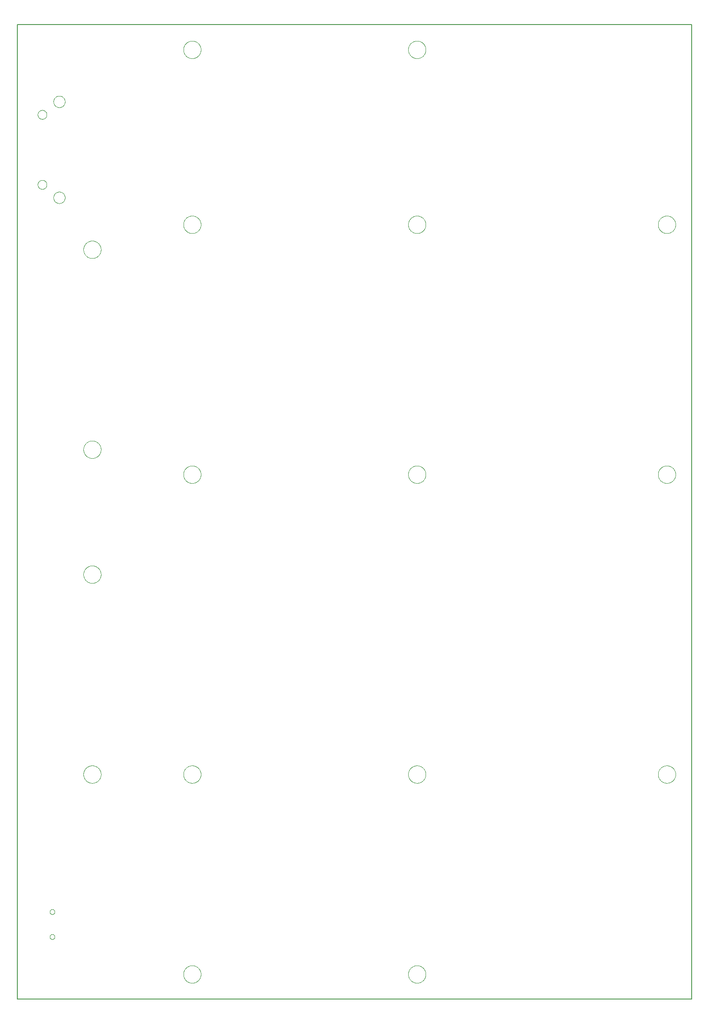
<source format=gko>
G75*
%MOIN*%
%OFA0B0*%
%FSLAX25Y25*%
%IPPOS*%
%LPD*%
%AMOC8*
5,1,8,0,0,1.08239X$1,22.5*
%
%ADD10C,0.00600*%
%ADD11C,0.00000*%
D10*
X0021185Y0021185D02*
X0021185Y0788902D01*
X0552681Y0788902D01*
X0552681Y0021185D01*
X0021185Y0021185D01*
D11*
X0046775Y0070398D02*
X0046777Y0070486D01*
X0046783Y0070574D01*
X0046793Y0070662D01*
X0046807Y0070750D01*
X0046824Y0070836D01*
X0046846Y0070922D01*
X0046871Y0071006D01*
X0046901Y0071090D01*
X0046933Y0071172D01*
X0046970Y0071252D01*
X0047010Y0071331D01*
X0047054Y0071408D01*
X0047101Y0071483D01*
X0047151Y0071555D01*
X0047205Y0071626D01*
X0047261Y0071693D01*
X0047321Y0071759D01*
X0047383Y0071821D01*
X0047449Y0071881D01*
X0047516Y0071937D01*
X0047587Y0071991D01*
X0047659Y0072041D01*
X0047734Y0072088D01*
X0047811Y0072132D01*
X0047890Y0072172D01*
X0047970Y0072209D01*
X0048052Y0072241D01*
X0048136Y0072271D01*
X0048220Y0072296D01*
X0048306Y0072318D01*
X0048392Y0072335D01*
X0048480Y0072349D01*
X0048568Y0072359D01*
X0048656Y0072365D01*
X0048744Y0072367D01*
X0048832Y0072365D01*
X0048920Y0072359D01*
X0049008Y0072349D01*
X0049096Y0072335D01*
X0049182Y0072318D01*
X0049268Y0072296D01*
X0049352Y0072271D01*
X0049436Y0072241D01*
X0049518Y0072209D01*
X0049598Y0072172D01*
X0049677Y0072132D01*
X0049754Y0072088D01*
X0049829Y0072041D01*
X0049901Y0071991D01*
X0049972Y0071937D01*
X0050039Y0071881D01*
X0050105Y0071821D01*
X0050167Y0071759D01*
X0050227Y0071693D01*
X0050283Y0071626D01*
X0050337Y0071555D01*
X0050387Y0071483D01*
X0050434Y0071408D01*
X0050478Y0071331D01*
X0050518Y0071252D01*
X0050555Y0071172D01*
X0050587Y0071090D01*
X0050617Y0071006D01*
X0050642Y0070922D01*
X0050664Y0070836D01*
X0050681Y0070750D01*
X0050695Y0070662D01*
X0050705Y0070574D01*
X0050711Y0070486D01*
X0050713Y0070398D01*
X0050711Y0070310D01*
X0050705Y0070222D01*
X0050695Y0070134D01*
X0050681Y0070046D01*
X0050664Y0069960D01*
X0050642Y0069874D01*
X0050617Y0069790D01*
X0050587Y0069706D01*
X0050555Y0069624D01*
X0050518Y0069544D01*
X0050478Y0069465D01*
X0050434Y0069388D01*
X0050387Y0069313D01*
X0050337Y0069241D01*
X0050283Y0069170D01*
X0050227Y0069103D01*
X0050167Y0069037D01*
X0050105Y0068975D01*
X0050039Y0068915D01*
X0049972Y0068859D01*
X0049901Y0068805D01*
X0049829Y0068755D01*
X0049754Y0068708D01*
X0049677Y0068664D01*
X0049598Y0068624D01*
X0049518Y0068587D01*
X0049436Y0068555D01*
X0049352Y0068525D01*
X0049268Y0068500D01*
X0049182Y0068478D01*
X0049096Y0068461D01*
X0049008Y0068447D01*
X0048920Y0068437D01*
X0048832Y0068431D01*
X0048744Y0068429D01*
X0048656Y0068431D01*
X0048568Y0068437D01*
X0048480Y0068447D01*
X0048392Y0068461D01*
X0048306Y0068478D01*
X0048220Y0068500D01*
X0048136Y0068525D01*
X0048052Y0068555D01*
X0047970Y0068587D01*
X0047890Y0068624D01*
X0047811Y0068664D01*
X0047734Y0068708D01*
X0047659Y0068755D01*
X0047587Y0068805D01*
X0047516Y0068859D01*
X0047449Y0068915D01*
X0047383Y0068975D01*
X0047321Y0069037D01*
X0047261Y0069103D01*
X0047205Y0069170D01*
X0047151Y0069241D01*
X0047101Y0069313D01*
X0047054Y0069388D01*
X0047010Y0069465D01*
X0046970Y0069544D01*
X0046933Y0069624D01*
X0046901Y0069706D01*
X0046871Y0069790D01*
X0046846Y0069874D01*
X0046824Y0069960D01*
X0046807Y0070046D01*
X0046793Y0070134D01*
X0046783Y0070222D01*
X0046777Y0070310D01*
X0046775Y0070398D01*
X0046775Y0090083D02*
X0046777Y0090171D01*
X0046783Y0090259D01*
X0046793Y0090347D01*
X0046807Y0090435D01*
X0046824Y0090521D01*
X0046846Y0090607D01*
X0046871Y0090691D01*
X0046901Y0090775D01*
X0046933Y0090857D01*
X0046970Y0090937D01*
X0047010Y0091016D01*
X0047054Y0091093D01*
X0047101Y0091168D01*
X0047151Y0091240D01*
X0047205Y0091311D01*
X0047261Y0091378D01*
X0047321Y0091444D01*
X0047383Y0091506D01*
X0047449Y0091566D01*
X0047516Y0091622D01*
X0047587Y0091676D01*
X0047659Y0091726D01*
X0047734Y0091773D01*
X0047811Y0091817D01*
X0047890Y0091857D01*
X0047970Y0091894D01*
X0048052Y0091926D01*
X0048136Y0091956D01*
X0048220Y0091981D01*
X0048306Y0092003D01*
X0048392Y0092020D01*
X0048480Y0092034D01*
X0048568Y0092044D01*
X0048656Y0092050D01*
X0048744Y0092052D01*
X0048832Y0092050D01*
X0048920Y0092044D01*
X0049008Y0092034D01*
X0049096Y0092020D01*
X0049182Y0092003D01*
X0049268Y0091981D01*
X0049352Y0091956D01*
X0049436Y0091926D01*
X0049518Y0091894D01*
X0049598Y0091857D01*
X0049677Y0091817D01*
X0049754Y0091773D01*
X0049829Y0091726D01*
X0049901Y0091676D01*
X0049972Y0091622D01*
X0050039Y0091566D01*
X0050105Y0091506D01*
X0050167Y0091444D01*
X0050227Y0091378D01*
X0050283Y0091311D01*
X0050337Y0091240D01*
X0050387Y0091168D01*
X0050434Y0091093D01*
X0050478Y0091016D01*
X0050518Y0090937D01*
X0050555Y0090857D01*
X0050587Y0090775D01*
X0050617Y0090691D01*
X0050642Y0090607D01*
X0050664Y0090521D01*
X0050681Y0090435D01*
X0050695Y0090347D01*
X0050705Y0090259D01*
X0050711Y0090171D01*
X0050713Y0090083D01*
X0050711Y0089995D01*
X0050705Y0089907D01*
X0050695Y0089819D01*
X0050681Y0089731D01*
X0050664Y0089645D01*
X0050642Y0089559D01*
X0050617Y0089475D01*
X0050587Y0089391D01*
X0050555Y0089309D01*
X0050518Y0089229D01*
X0050478Y0089150D01*
X0050434Y0089073D01*
X0050387Y0088998D01*
X0050337Y0088926D01*
X0050283Y0088855D01*
X0050227Y0088788D01*
X0050167Y0088722D01*
X0050105Y0088660D01*
X0050039Y0088600D01*
X0049972Y0088544D01*
X0049901Y0088490D01*
X0049829Y0088440D01*
X0049754Y0088393D01*
X0049677Y0088349D01*
X0049598Y0088309D01*
X0049518Y0088272D01*
X0049436Y0088240D01*
X0049352Y0088210D01*
X0049268Y0088185D01*
X0049182Y0088163D01*
X0049096Y0088146D01*
X0049008Y0088132D01*
X0048920Y0088122D01*
X0048832Y0088116D01*
X0048744Y0088114D01*
X0048656Y0088116D01*
X0048568Y0088122D01*
X0048480Y0088132D01*
X0048392Y0088146D01*
X0048306Y0088163D01*
X0048220Y0088185D01*
X0048136Y0088210D01*
X0048052Y0088240D01*
X0047970Y0088272D01*
X0047890Y0088309D01*
X0047811Y0088349D01*
X0047734Y0088393D01*
X0047659Y0088440D01*
X0047587Y0088490D01*
X0047516Y0088544D01*
X0047449Y0088600D01*
X0047383Y0088660D01*
X0047321Y0088722D01*
X0047261Y0088788D01*
X0047205Y0088855D01*
X0047151Y0088926D01*
X0047101Y0088998D01*
X0047054Y0089073D01*
X0047010Y0089150D01*
X0046970Y0089229D01*
X0046933Y0089309D01*
X0046901Y0089391D01*
X0046871Y0089475D01*
X0046846Y0089559D01*
X0046824Y0089645D01*
X0046807Y0089731D01*
X0046793Y0089819D01*
X0046783Y0089907D01*
X0046777Y0089995D01*
X0046775Y0090083D01*
X0073350Y0198350D02*
X0073352Y0198519D01*
X0073358Y0198688D01*
X0073369Y0198857D01*
X0073383Y0199025D01*
X0073402Y0199193D01*
X0073425Y0199361D01*
X0073451Y0199528D01*
X0073482Y0199694D01*
X0073517Y0199860D01*
X0073556Y0200024D01*
X0073600Y0200188D01*
X0073647Y0200350D01*
X0073698Y0200511D01*
X0073753Y0200671D01*
X0073812Y0200830D01*
X0073874Y0200987D01*
X0073941Y0201142D01*
X0074012Y0201296D01*
X0074086Y0201448D01*
X0074164Y0201598D01*
X0074245Y0201746D01*
X0074330Y0201892D01*
X0074419Y0202036D01*
X0074511Y0202178D01*
X0074607Y0202317D01*
X0074706Y0202454D01*
X0074808Y0202589D01*
X0074914Y0202721D01*
X0075023Y0202850D01*
X0075135Y0202977D01*
X0075250Y0203101D01*
X0075368Y0203222D01*
X0075489Y0203340D01*
X0075613Y0203455D01*
X0075740Y0203567D01*
X0075869Y0203676D01*
X0076001Y0203782D01*
X0076136Y0203884D01*
X0076273Y0203983D01*
X0076412Y0204079D01*
X0076554Y0204171D01*
X0076698Y0204260D01*
X0076844Y0204345D01*
X0076992Y0204426D01*
X0077142Y0204504D01*
X0077294Y0204578D01*
X0077448Y0204649D01*
X0077603Y0204716D01*
X0077760Y0204778D01*
X0077919Y0204837D01*
X0078079Y0204892D01*
X0078240Y0204943D01*
X0078402Y0204990D01*
X0078566Y0205034D01*
X0078730Y0205073D01*
X0078896Y0205108D01*
X0079062Y0205139D01*
X0079229Y0205165D01*
X0079397Y0205188D01*
X0079565Y0205207D01*
X0079733Y0205221D01*
X0079902Y0205232D01*
X0080071Y0205238D01*
X0080240Y0205240D01*
X0080409Y0205238D01*
X0080578Y0205232D01*
X0080747Y0205221D01*
X0080915Y0205207D01*
X0081083Y0205188D01*
X0081251Y0205165D01*
X0081418Y0205139D01*
X0081584Y0205108D01*
X0081750Y0205073D01*
X0081914Y0205034D01*
X0082078Y0204990D01*
X0082240Y0204943D01*
X0082401Y0204892D01*
X0082561Y0204837D01*
X0082720Y0204778D01*
X0082877Y0204716D01*
X0083032Y0204649D01*
X0083186Y0204578D01*
X0083338Y0204504D01*
X0083488Y0204426D01*
X0083636Y0204345D01*
X0083782Y0204260D01*
X0083926Y0204171D01*
X0084068Y0204079D01*
X0084207Y0203983D01*
X0084344Y0203884D01*
X0084479Y0203782D01*
X0084611Y0203676D01*
X0084740Y0203567D01*
X0084867Y0203455D01*
X0084991Y0203340D01*
X0085112Y0203222D01*
X0085230Y0203101D01*
X0085345Y0202977D01*
X0085457Y0202850D01*
X0085566Y0202721D01*
X0085672Y0202589D01*
X0085774Y0202454D01*
X0085873Y0202317D01*
X0085969Y0202178D01*
X0086061Y0202036D01*
X0086150Y0201892D01*
X0086235Y0201746D01*
X0086316Y0201598D01*
X0086394Y0201448D01*
X0086468Y0201296D01*
X0086539Y0201142D01*
X0086606Y0200987D01*
X0086668Y0200830D01*
X0086727Y0200671D01*
X0086782Y0200511D01*
X0086833Y0200350D01*
X0086880Y0200188D01*
X0086924Y0200024D01*
X0086963Y0199860D01*
X0086998Y0199694D01*
X0087029Y0199528D01*
X0087055Y0199361D01*
X0087078Y0199193D01*
X0087097Y0199025D01*
X0087111Y0198857D01*
X0087122Y0198688D01*
X0087128Y0198519D01*
X0087130Y0198350D01*
X0087128Y0198181D01*
X0087122Y0198012D01*
X0087111Y0197843D01*
X0087097Y0197675D01*
X0087078Y0197507D01*
X0087055Y0197339D01*
X0087029Y0197172D01*
X0086998Y0197006D01*
X0086963Y0196840D01*
X0086924Y0196676D01*
X0086880Y0196512D01*
X0086833Y0196350D01*
X0086782Y0196189D01*
X0086727Y0196029D01*
X0086668Y0195870D01*
X0086606Y0195713D01*
X0086539Y0195558D01*
X0086468Y0195404D01*
X0086394Y0195252D01*
X0086316Y0195102D01*
X0086235Y0194954D01*
X0086150Y0194808D01*
X0086061Y0194664D01*
X0085969Y0194522D01*
X0085873Y0194383D01*
X0085774Y0194246D01*
X0085672Y0194111D01*
X0085566Y0193979D01*
X0085457Y0193850D01*
X0085345Y0193723D01*
X0085230Y0193599D01*
X0085112Y0193478D01*
X0084991Y0193360D01*
X0084867Y0193245D01*
X0084740Y0193133D01*
X0084611Y0193024D01*
X0084479Y0192918D01*
X0084344Y0192816D01*
X0084207Y0192717D01*
X0084068Y0192621D01*
X0083926Y0192529D01*
X0083782Y0192440D01*
X0083636Y0192355D01*
X0083488Y0192274D01*
X0083338Y0192196D01*
X0083186Y0192122D01*
X0083032Y0192051D01*
X0082877Y0191984D01*
X0082720Y0191922D01*
X0082561Y0191863D01*
X0082401Y0191808D01*
X0082240Y0191757D01*
X0082078Y0191710D01*
X0081914Y0191666D01*
X0081750Y0191627D01*
X0081584Y0191592D01*
X0081418Y0191561D01*
X0081251Y0191535D01*
X0081083Y0191512D01*
X0080915Y0191493D01*
X0080747Y0191479D01*
X0080578Y0191468D01*
X0080409Y0191462D01*
X0080240Y0191460D01*
X0080071Y0191462D01*
X0079902Y0191468D01*
X0079733Y0191479D01*
X0079565Y0191493D01*
X0079397Y0191512D01*
X0079229Y0191535D01*
X0079062Y0191561D01*
X0078896Y0191592D01*
X0078730Y0191627D01*
X0078566Y0191666D01*
X0078402Y0191710D01*
X0078240Y0191757D01*
X0078079Y0191808D01*
X0077919Y0191863D01*
X0077760Y0191922D01*
X0077603Y0191984D01*
X0077448Y0192051D01*
X0077294Y0192122D01*
X0077142Y0192196D01*
X0076992Y0192274D01*
X0076844Y0192355D01*
X0076698Y0192440D01*
X0076554Y0192529D01*
X0076412Y0192621D01*
X0076273Y0192717D01*
X0076136Y0192816D01*
X0076001Y0192918D01*
X0075869Y0193024D01*
X0075740Y0193133D01*
X0075613Y0193245D01*
X0075489Y0193360D01*
X0075368Y0193478D01*
X0075250Y0193599D01*
X0075135Y0193723D01*
X0075023Y0193850D01*
X0074914Y0193979D01*
X0074808Y0194111D01*
X0074706Y0194246D01*
X0074607Y0194383D01*
X0074511Y0194522D01*
X0074419Y0194664D01*
X0074330Y0194808D01*
X0074245Y0194954D01*
X0074164Y0195102D01*
X0074086Y0195252D01*
X0074012Y0195404D01*
X0073941Y0195558D01*
X0073874Y0195713D01*
X0073812Y0195870D01*
X0073753Y0196029D01*
X0073698Y0196189D01*
X0073647Y0196350D01*
X0073600Y0196512D01*
X0073556Y0196676D01*
X0073517Y0196840D01*
X0073482Y0197006D01*
X0073451Y0197172D01*
X0073425Y0197339D01*
X0073402Y0197507D01*
X0073383Y0197675D01*
X0073369Y0197843D01*
X0073358Y0198012D01*
X0073352Y0198181D01*
X0073350Y0198350D01*
X0152090Y0198350D02*
X0152092Y0198519D01*
X0152098Y0198688D01*
X0152109Y0198857D01*
X0152123Y0199025D01*
X0152142Y0199193D01*
X0152165Y0199361D01*
X0152191Y0199528D01*
X0152222Y0199694D01*
X0152257Y0199860D01*
X0152296Y0200024D01*
X0152340Y0200188D01*
X0152387Y0200350D01*
X0152438Y0200511D01*
X0152493Y0200671D01*
X0152552Y0200830D01*
X0152614Y0200987D01*
X0152681Y0201142D01*
X0152752Y0201296D01*
X0152826Y0201448D01*
X0152904Y0201598D01*
X0152985Y0201746D01*
X0153070Y0201892D01*
X0153159Y0202036D01*
X0153251Y0202178D01*
X0153347Y0202317D01*
X0153446Y0202454D01*
X0153548Y0202589D01*
X0153654Y0202721D01*
X0153763Y0202850D01*
X0153875Y0202977D01*
X0153990Y0203101D01*
X0154108Y0203222D01*
X0154229Y0203340D01*
X0154353Y0203455D01*
X0154480Y0203567D01*
X0154609Y0203676D01*
X0154741Y0203782D01*
X0154876Y0203884D01*
X0155013Y0203983D01*
X0155152Y0204079D01*
X0155294Y0204171D01*
X0155438Y0204260D01*
X0155584Y0204345D01*
X0155732Y0204426D01*
X0155882Y0204504D01*
X0156034Y0204578D01*
X0156188Y0204649D01*
X0156343Y0204716D01*
X0156500Y0204778D01*
X0156659Y0204837D01*
X0156819Y0204892D01*
X0156980Y0204943D01*
X0157142Y0204990D01*
X0157306Y0205034D01*
X0157470Y0205073D01*
X0157636Y0205108D01*
X0157802Y0205139D01*
X0157969Y0205165D01*
X0158137Y0205188D01*
X0158305Y0205207D01*
X0158473Y0205221D01*
X0158642Y0205232D01*
X0158811Y0205238D01*
X0158980Y0205240D01*
X0159149Y0205238D01*
X0159318Y0205232D01*
X0159487Y0205221D01*
X0159655Y0205207D01*
X0159823Y0205188D01*
X0159991Y0205165D01*
X0160158Y0205139D01*
X0160324Y0205108D01*
X0160490Y0205073D01*
X0160654Y0205034D01*
X0160818Y0204990D01*
X0160980Y0204943D01*
X0161141Y0204892D01*
X0161301Y0204837D01*
X0161460Y0204778D01*
X0161617Y0204716D01*
X0161772Y0204649D01*
X0161926Y0204578D01*
X0162078Y0204504D01*
X0162228Y0204426D01*
X0162376Y0204345D01*
X0162522Y0204260D01*
X0162666Y0204171D01*
X0162808Y0204079D01*
X0162947Y0203983D01*
X0163084Y0203884D01*
X0163219Y0203782D01*
X0163351Y0203676D01*
X0163480Y0203567D01*
X0163607Y0203455D01*
X0163731Y0203340D01*
X0163852Y0203222D01*
X0163970Y0203101D01*
X0164085Y0202977D01*
X0164197Y0202850D01*
X0164306Y0202721D01*
X0164412Y0202589D01*
X0164514Y0202454D01*
X0164613Y0202317D01*
X0164709Y0202178D01*
X0164801Y0202036D01*
X0164890Y0201892D01*
X0164975Y0201746D01*
X0165056Y0201598D01*
X0165134Y0201448D01*
X0165208Y0201296D01*
X0165279Y0201142D01*
X0165346Y0200987D01*
X0165408Y0200830D01*
X0165467Y0200671D01*
X0165522Y0200511D01*
X0165573Y0200350D01*
X0165620Y0200188D01*
X0165664Y0200024D01*
X0165703Y0199860D01*
X0165738Y0199694D01*
X0165769Y0199528D01*
X0165795Y0199361D01*
X0165818Y0199193D01*
X0165837Y0199025D01*
X0165851Y0198857D01*
X0165862Y0198688D01*
X0165868Y0198519D01*
X0165870Y0198350D01*
X0165868Y0198181D01*
X0165862Y0198012D01*
X0165851Y0197843D01*
X0165837Y0197675D01*
X0165818Y0197507D01*
X0165795Y0197339D01*
X0165769Y0197172D01*
X0165738Y0197006D01*
X0165703Y0196840D01*
X0165664Y0196676D01*
X0165620Y0196512D01*
X0165573Y0196350D01*
X0165522Y0196189D01*
X0165467Y0196029D01*
X0165408Y0195870D01*
X0165346Y0195713D01*
X0165279Y0195558D01*
X0165208Y0195404D01*
X0165134Y0195252D01*
X0165056Y0195102D01*
X0164975Y0194954D01*
X0164890Y0194808D01*
X0164801Y0194664D01*
X0164709Y0194522D01*
X0164613Y0194383D01*
X0164514Y0194246D01*
X0164412Y0194111D01*
X0164306Y0193979D01*
X0164197Y0193850D01*
X0164085Y0193723D01*
X0163970Y0193599D01*
X0163852Y0193478D01*
X0163731Y0193360D01*
X0163607Y0193245D01*
X0163480Y0193133D01*
X0163351Y0193024D01*
X0163219Y0192918D01*
X0163084Y0192816D01*
X0162947Y0192717D01*
X0162808Y0192621D01*
X0162666Y0192529D01*
X0162522Y0192440D01*
X0162376Y0192355D01*
X0162228Y0192274D01*
X0162078Y0192196D01*
X0161926Y0192122D01*
X0161772Y0192051D01*
X0161617Y0191984D01*
X0161460Y0191922D01*
X0161301Y0191863D01*
X0161141Y0191808D01*
X0160980Y0191757D01*
X0160818Y0191710D01*
X0160654Y0191666D01*
X0160490Y0191627D01*
X0160324Y0191592D01*
X0160158Y0191561D01*
X0159991Y0191535D01*
X0159823Y0191512D01*
X0159655Y0191493D01*
X0159487Y0191479D01*
X0159318Y0191468D01*
X0159149Y0191462D01*
X0158980Y0191460D01*
X0158811Y0191462D01*
X0158642Y0191468D01*
X0158473Y0191479D01*
X0158305Y0191493D01*
X0158137Y0191512D01*
X0157969Y0191535D01*
X0157802Y0191561D01*
X0157636Y0191592D01*
X0157470Y0191627D01*
X0157306Y0191666D01*
X0157142Y0191710D01*
X0156980Y0191757D01*
X0156819Y0191808D01*
X0156659Y0191863D01*
X0156500Y0191922D01*
X0156343Y0191984D01*
X0156188Y0192051D01*
X0156034Y0192122D01*
X0155882Y0192196D01*
X0155732Y0192274D01*
X0155584Y0192355D01*
X0155438Y0192440D01*
X0155294Y0192529D01*
X0155152Y0192621D01*
X0155013Y0192717D01*
X0154876Y0192816D01*
X0154741Y0192918D01*
X0154609Y0193024D01*
X0154480Y0193133D01*
X0154353Y0193245D01*
X0154229Y0193360D01*
X0154108Y0193478D01*
X0153990Y0193599D01*
X0153875Y0193723D01*
X0153763Y0193850D01*
X0153654Y0193979D01*
X0153548Y0194111D01*
X0153446Y0194246D01*
X0153347Y0194383D01*
X0153251Y0194522D01*
X0153159Y0194664D01*
X0153070Y0194808D01*
X0152985Y0194954D01*
X0152904Y0195102D01*
X0152826Y0195252D01*
X0152752Y0195404D01*
X0152681Y0195558D01*
X0152614Y0195713D01*
X0152552Y0195870D01*
X0152493Y0196029D01*
X0152438Y0196189D01*
X0152387Y0196350D01*
X0152340Y0196512D01*
X0152296Y0196676D01*
X0152257Y0196840D01*
X0152222Y0197006D01*
X0152191Y0197172D01*
X0152165Y0197339D01*
X0152142Y0197507D01*
X0152123Y0197675D01*
X0152109Y0197843D01*
X0152098Y0198012D01*
X0152092Y0198181D01*
X0152090Y0198350D01*
X0152090Y0040870D02*
X0152092Y0041039D01*
X0152098Y0041208D01*
X0152109Y0041377D01*
X0152123Y0041545D01*
X0152142Y0041713D01*
X0152165Y0041881D01*
X0152191Y0042048D01*
X0152222Y0042214D01*
X0152257Y0042380D01*
X0152296Y0042544D01*
X0152340Y0042708D01*
X0152387Y0042870D01*
X0152438Y0043031D01*
X0152493Y0043191D01*
X0152552Y0043350D01*
X0152614Y0043507D01*
X0152681Y0043662D01*
X0152752Y0043816D01*
X0152826Y0043968D01*
X0152904Y0044118D01*
X0152985Y0044266D01*
X0153070Y0044412D01*
X0153159Y0044556D01*
X0153251Y0044698D01*
X0153347Y0044837D01*
X0153446Y0044974D01*
X0153548Y0045109D01*
X0153654Y0045241D01*
X0153763Y0045370D01*
X0153875Y0045497D01*
X0153990Y0045621D01*
X0154108Y0045742D01*
X0154229Y0045860D01*
X0154353Y0045975D01*
X0154480Y0046087D01*
X0154609Y0046196D01*
X0154741Y0046302D01*
X0154876Y0046404D01*
X0155013Y0046503D01*
X0155152Y0046599D01*
X0155294Y0046691D01*
X0155438Y0046780D01*
X0155584Y0046865D01*
X0155732Y0046946D01*
X0155882Y0047024D01*
X0156034Y0047098D01*
X0156188Y0047169D01*
X0156343Y0047236D01*
X0156500Y0047298D01*
X0156659Y0047357D01*
X0156819Y0047412D01*
X0156980Y0047463D01*
X0157142Y0047510D01*
X0157306Y0047554D01*
X0157470Y0047593D01*
X0157636Y0047628D01*
X0157802Y0047659D01*
X0157969Y0047685D01*
X0158137Y0047708D01*
X0158305Y0047727D01*
X0158473Y0047741D01*
X0158642Y0047752D01*
X0158811Y0047758D01*
X0158980Y0047760D01*
X0159149Y0047758D01*
X0159318Y0047752D01*
X0159487Y0047741D01*
X0159655Y0047727D01*
X0159823Y0047708D01*
X0159991Y0047685D01*
X0160158Y0047659D01*
X0160324Y0047628D01*
X0160490Y0047593D01*
X0160654Y0047554D01*
X0160818Y0047510D01*
X0160980Y0047463D01*
X0161141Y0047412D01*
X0161301Y0047357D01*
X0161460Y0047298D01*
X0161617Y0047236D01*
X0161772Y0047169D01*
X0161926Y0047098D01*
X0162078Y0047024D01*
X0162228Y0046946D01*
X0162376Y0046865D01*
X0162522Y0046780D01*
X0162666Y0046691D01*
X0162808Y0046599D01*
X0162947Y0046503D01*
X0163084Y0046404D01*
X0163219Y0046302D01*
X0163351Y0046196D01*
X0163480Y0046087D01*
X0163607Y0045975D01*
X0163731Y0045860D01*
X0163852Y0045742D01*
X0163970Y0045621D01*
X0164085Y0045497D01*
X0164197Y0045370D01*
X0164306Y0045241D01*
X0164412Y0045109D01*
X0164514Y0044974D01*
X0164613Y0044837D01*
X0164709Y0044698D01*
X0164801Y0044556D01*
X0164890Y0044412D01*
X0164975Y0044266D01*
X0165056Y0044118D01*
X0165134Y0043968D01*
X0165208Y0043816D01*
X0165279Y0043662D01*
X0165346Y0043507D01*
X0165408Y0043350D01*
X0165467Y0043191D01*
X0165522Y0043031D01*
X0165573Y0042870D01*
X0165620Y0042708D01*
X0165664Y0042544D01*
X0165703Y0042380D01*
X0165738Y0042214D01*
X0165769Y0042048D01*
X0165795Y0041881D01*
X0165818Y0041713D01*
X0165837Y0041545D01*
X0165851Y0041377D01*
X0165862Y0041208D01*
X0165868Y0041039D01*
X0165870Y0040870D01*
X0165868Y0040701D01*
X0165862Y0040532D01*
X0165851Y0040363D01*
X0165837Y0040195D01*
X0165818Y0040027D01*
X0165795Y0039859D01*
X0165769Y0039692D01*
X0165738Y0039526D01*
X0165703Y0039360D01*
X0165664Y0039196D01*
X0165620Y0039032D01*
X0165573Y0038870D01*
X0165522Y0038709D01*
X0165467Y0038549D01*
X0165408Y0038390D01*
X0165346Y0038233D01*
X0165279Y0038078D01*
X0165208Y0037924D01*
X0165134Y0037772D01*
X0165056Y0037622D01*
X0164975Y0037474D01*
X0164890Y0037328D01*
X0164801Y0037184D01*
X0164709Y0037042D01*
X0164613Y0036903D01*
X0164514Y0036766D01*
X0164412Y0036631D01*
X0164306Y0036499D01*
X0164197Y0036370D01*
X0164085Y0036243D01*
X0163970Y0036119D01*
X0163852Y0035998D01*
X0163731Y0035880D01*
X0163607Y0035765D01*
X0163480Y0035653D01*
X0163351Y0035544D01*
X0163219Y0035438D01*
X0163084Y0035336D01*
X0162947Y0035237D01*
X0162808Y0035141D01*
X0162666Y0035049D01*
X0162522Y0034960D01*
X0162376Y0034875D01*
X0162228Y0034794D01*
X0162078Y0034716D01*
X0161926Y0034642D01*
X0161772Y0034571D01*
X0161617Y0034504D01*
X0161460Y0034442D01*
X0161301Y0034383D01*
X0161141Y0034328D01*
X0160980Y0034277D01*
X0160818Y0034230D01*
X0160654Y0034186D01*
X0160490Y0034147D01*
X0160324Y0034112D01*
X0160158Y0034081D01*
X0159991Y0034055D01*
X0159823Y0034032D01*
X0159655Y0034013D01*
X0159487Y0033999D01*
X0159318Y0033988D01*
X0159149Y0033982D01*
X0158980Y0033980D01*
X0158811Y0033982D01*
X0158642Y0033988D01*
X0158473Y0033999D01*
X0158305Y0034013D01*
X0158137Y0034032D01*
X0157969Y0034055D01*
X0157802Y0034081D01*
X0157636Y0034112D01*
X0157470Y0034147D01*
X0157306Y0034186D01*
X0157142Y0034230D01*
X0156980Y0034277D01*
X0156819Y0034328D01*
X0156659Y0034383D01*
X0156500Y0034442D01*
X0156343Y0034504D01*
X0156188Y0034571D01*
X0156034Y0034642D01*
X0155882Y0034716D01*
X0155732Y0034794D01*
X0155584Y0034875D01*
X0155438Y0034960D01*
X0155294Y0035049D01*
X0155152Y0035141D01*
X0155013Y0035237D01*
X0154876Y0035336D01*
X0154741Y0035438D01*
X0154609Y0035544D01*
X0154480Y0035653D01*
X0154353Y0035765D01*
X0154229Y0035880D01*
X0154108Y0035998D01*
X0153990Y0036119D01*
X0153875Y0036243D01*
X0153763Y0036370D01*
X0153654Y0036499D01*
X0153548Y0036631D01*
X0153446Y0036766D01*
X0153347Y0036903D01*
X0153251Y0037042D01*
X0153159Y0037184D01*
X0153070Y0037328D01*
X0152985Y0037474D01*
X0152904Y0037622D01*
X0152826Y0037772D01*
X0152752Y0037924D01*
X0152681Y0038078D01*
X0152614Y0038233D01*
X0152552Y0038390D01*
X0152493Y0038549D01*
X0152438Y0038709D01*
X0152387Y0038870D01*
X0152340Y0039032D01*
X0152296Y0039196D01*
X0152257Y0039360D01*
X0152222Y0039526D01*
X0152191Y0039692D01*
X0152165Y0039859D01*
X0152142Y0040027D01*
X0152123Y0040195D01*
X0152109Y0040363D01*
X0152098Y0040532D01*
X0152092Y0040701D01*
X0152090Y0040870D01*
X0329256Y0040870D02*
X0329258Y0041039D01*
X0329264Y0041208D01*
X0329275Y0041377D01*
X0329289Y0041545D01*
X0329308Y0041713D01*
X0329331Y0041881D01*
X0329357Y0042048D01*
X0329388Y0042214D01*
X0329423Y0042380D01*
X0329462Y0042544D01*
X0329506Y0042708D01*
X0329553Y0042870D01*
X0329604Y0043031D01*
X0329659Y0043191D01*
X0329718Y0043350D01*
X0329780Y0043507D01*
X0329847Y0043662D01*
X0329918Y0043816D01*
X0329992Y0043968D01*
X0330070Y0044118D01*
X0330151Y0044266D01*
X0330236Y0044412D01*
X0330325Y0044556D01*
X0330417Y0044698D01*
X0330513Y0044837D01*
X0330612Y0044974D01*
X0330714Y0045109D01*
X0330820Y0045241D01*
X0330929Y0045370D01*
X0331041Y0045497D01*
X0331156Y0045621D01*
X0331274Y0045742D01*
X0331395Y0045860D01*
X0331519Y0045975D01*
X0331646Y0046087D01*
X0331775Y0046196D01*
X0331907Y0046302D01*
X0332042Y0046404D01*
X0332179Y0046503D01*
X0332318Y0046599D01*
X0332460Y0046691D01*
X0332604Y0046780D01*
X0332750Y0046865D01*
X0332898Y0046946D01*
X0333048Y0047024D01*
X0333200Y0047098D01*
X0333354Y0047169D01*
X0333509Y0047236D01*
X0333666Y0047298D01*
X0333825Y0047357D01*
X0333985Y0047412D01*
X0334146Y0047463D01*
X0334308Y0047510D01*
X0334472Y0047554D01*
X0334636Y0047593D01*
X0334802Y0047628D01*
X0334968Y0047659D01*
X0335135Y0047685D01*
X0335303Y0047708D01*
X0335471Y0047727D01*
X0335639Y0047741D01*
X0335808Y0047752D01*
X0335977Y0047758D01*
X0336146Y0047760D01*
X0336315Y0047758D01*
X0336484Y0047752D01*
X0336653Y0047741D01*
X0336821Y0047727D01*
X0336989Y0047708D01*
X0337157Y0047685D01*
X0337324Y0047659D01*
X0337490Y0047628D01*
X0337656Y0047593D01*
X0337820Y0047554D01*
X0337984Y0047510D01*
X0338146Y0047463D01*
X0338307Y0047412D01*
X0338467Y0047357D01*
X0338626Y0047298D01*
X0338783Y0047236D01*
X0338938Y0047169D01*
X0339092Y0047098D01*
X0339244Y0047024D01*
X0339394Y0046946D01*
X0339542Y0046865D01*
X0339688Y0046780D01*
X0339832Y0046691D01*
X0339974Y0046599D01*
X0340113Y0046503D01*
X0340250Y0046404D01*
X0340385Y0046302D01*
X0340517Y0046196D01*
X0340646Y0046087D01*
X0340773Y0045975D01*
X0340897Y0045860D01*
X0341018Y0045742D01*
X0341136Y0045621D01*
X0341251Y0045497D01*
X0341363Y0045370D01*
X0341472Y0045241D01*
X0341578Y0045109D01*
X0341680Y0044974D01*
X0341779Y0044837D01*
X0341875Y0044698D01*
X0341967Y0044556D01*
X0342056Y0044412D01*
X0342141Y0044266D01*
X0342222Y0044118D01*
X0342300Y0043968D01*
X0342374Y0043816D01*
X0342445Y0043662D01*
X0342512Y0043507D01*
X0342574Y0043350D01*
X0342633Y0043191D01*
X0342688Y0043031D01*
X0342739Y0042870D01*
X0342786Y0042708D01*
X0342830Y0042544D01*
X0342869Y0042380D01*
X0342904Y0042214D01*
X0342935Y0042048D01*
X0342961Y0041881D01*
X0342984Y0041713D01*
X0343003Y0041545D01*
X0343017Y0041377D01*
X0343028Y0041208D01*
X0343034Y0041039D01*
X0343036Y0040870D01*
X0343034Y0040701D01*
X0343028Y0040532D01*
X0343017Y0040363D01*
X0343003Y0040195D01*
X0342984Y0040027D01*
X0342961Y0039859D01*
X0342935Y0039692D01*
X0342904Y0039526D01*
X0342869Y0039360D01*
X0342830Y0039196D01*
X0342786Y0039032D01*
X0342739Y0038870D01*
X0342688Y0038709D01*
X0342633Y0038549D01*
X0342574Y0038390D01*
X0342512Y0038233D01*
X0342445Y0038078D01*
X0342374Y0037924D01*
X0342300Y0037772D01*
X0342222Y0037622D01*
X0342141Y0037474D01*
X0342056Y0037328D01*
X0341967Y0037184D01*
X0341875Y0037042D01*
X0341779Y0036903D01*
X0341680Y0036766D01*
X0341578Y0036631D01*
X0341472Y0036499D01*
X0341363Y0036370D01*
X0341251Y0036243D01*
X0341136Y0036119D01*
X0341018Y0035998D01*
X0340897Y0035880D01*
X0340773Y0035765D01*
X0340646Y0035653D01*
X0340517Y0035544D01*
X0340385Y0035438D01*
X0340250Y0035336D01*
X0340113Y0035237D01*
X0339974Y0035141D01*
X0339832Y0035049D01*
X0339688Y0034960D01*
X0339542Y0034875D01*
X0339394Y0034794D01*
X0339244Y0034716D01*
X0339092Y0034642D01*
X0338938Y0034571D01*
X0338783Y0034504D01*
X0338626Y0034442D01*
X0338467Y0034383D01*
X0338307Y0034328D01*
X0338146Y0034277D01*
X0337984Y0034230D01*
X0337820Y0034186D01*
X0337656Y0034147D01*
X0337490Y0034112D01*
X0337324Y0034081D01*
X0337157Y0034055D01*
X0336989Y0034032D01*
X0336821Y0034013D01*
X0336653Y0033999D01*
X0336484Y0033988D01*
X0336315Y0033982D01*
X0336146Y0033980D01*
X0335977Y0033982D01*
X0335808Y0033988D01*
X0335639Y0033999D01*
X0335471Y0034013D01*
X0335303Y0034032D01*
X0335135Y0034055D01*
X0334968Y0034081D01*
X0334802Y0034112D01*
X0334636Y0034147D01*
X0334472Y0034186D01*
X0334308Y0034230D01*
X0334146Y0034277D01*
X0333985Y0034328D01*
X0333825Y0034383D01*
X0333666Y0034442D01*
X0333509Y0034504D01*
X0333354Y0034571D01*
X0333200Y0034642D01*
X0333048Y0034716D01*
X0332898Y0034794D01*
X0332750Y0034875D01*
X0332604Y0034960D01*
X0332460Y0035049D01*
X0332318Y0035141D01*
X0332179Y0035237D01*
X0332042Y0035336D01*
X0331907Y0035438D01*
X0331775Y0035544D01*
X0331646Y0035653D01*
X0331519Y0035765D01*
X0331395Y0035880D01*
X0331274Y0035998D01*
X0331156Y0036119D01*
X0331041Y0036243D01*
X0330929Y0036370D01*
X0330820Y0036499D01*
X0330714Y0036631D01*
X0330612Y0036766D01*
X0330513Y0036903D01*
X0330417Y0037042D01*
X0330325Y0037184D01*
X0330236Y0037328D01*
X0330151Y0037474D01*
X0330070Y0037622D01*
X0329992Y0037772D01*
X0329918Y0037924D01*
X0329847Y0038078D01*
X0329780Y0038233D01*
X0329718Y0038390D01*
X0329659Y0038549D01*
X0329604Y0038709D01*
X0329553Y0038870D01*
X0329506Y0039032D01*
X0329462Y0039196D01*
X0329423Y0039360D01*
X0329388Y0039526D01*
X0329357Y0039692D01*
X0329331Y0039859D01*
X0329308Y0040027D01*
X0329289Y0040195D01*
X0329275Y0040363D01*
X0329264Y0040532D01*
X0329258Y0040701D01*
X0329256Y0040870D01*
X0329256Y0198350D02*
X0329258Y0198519D01*
X0329264Y0198688D01*
X0329275Y0198857D01*
X0329289Y0199025D01*
X0329308Y0199193D01*
X0329331Y0199361D01*
X0329357Y0199528D01*
X0329388Y0199694D01*
X0329423Y0199860D01*
X0329462Y0200024D01*
X0329506Y0200188D01*
X0329553Y0200350D01*
X0329604Y0200511D01*
X0329659Y0200671D01*
X0329718Y0200830D01*
X0329780Y0200987D01*
X0329847Y0201142D01*
X0329918Y0201296D01*
X0329992Y0201448D01*
X0330070Y0201598D01*
X0330151Y0201746D01*
X0330236Y0201892D01*
X0330325Y0202036D01*
X0330417Y0202178D01*
X0330513Y0202317D01*
X0330612Y0202454D01*
X0330714Y0202589D01*
X0330820Y0202721D01*
X0330929Y0202850D01*
X0331041Y0202977D01*
X0331156Y0203101D01*
X0331274Y0203222D01*
X0331395Y0203340D01*
X0331519Y0203455D01*
X0331646Y0203567D01*
X0331775Y0203676D01*
X0331907Y0203782D01*
X0332042Y0203884D01*
X0332179Y0203983D01*
X0332318Y0204079D01*
X0332460Y0204171D01*
X0332604Y0204260D01*
X0332750Y0204345D01*
X0332898Y0204426D01*
X0333048Y0204504D01*
X0333200Y0204578D01*
X0333354Y0204649D01*
X0333509Y0204716D01*
X0333666Y0204778D01*
X0333825Y0204837D01*
X0333985Y0204892D01*
X0334146Y0204943D01*
X0334308Y0204990D01*
X0334472Y0205034D01*
X0334636Y0205073D01*
X0334802Y0205108D01*
X0334968Y0205139D01*
X0335135Y0205165D01*
X0335303Y0205188D01*
X0335471Y0205207D01*
X0335639Y0205221D01*
X0335808Y0205232D01*
X0335977Y0205238D01*
X0336146Y0205240D01*
X0336315Y0205238D01*
X0336484Y0205232D01*
X0336653Y0205221D01*
X0336821Y0205207D01*
X0336989Y0205188D01*
X0337157Y0205165D01*
X0337324Y0205139D01*
X0337490Y0205108D01*
X0337656Y0205073D01*
X0337820Y0205034D01*
X0337984Y0204990D01*
X0338146Y0204943D01*
X0338307Y0204892D01*
X0338467Y0204837D01*
X0338626Y0204778D01*
X0338783Y0204716D01*
X0338938Y0204649D01*
X0339092Y0204578D01*
X0339244Y0204504D01*
X0339394Y0204426D01*
X0339542Y0204345D01*
X0339688Y0204260D01*
X0339832Y0204171D01*
X0339974Y0204079D01*
X0340113Y0203983D01*
X0340250Y0203884D01*
X0340385Y0203782D01*
X0340517Y0203676D01*
X0340646Y0203567D01*
X0340773Y0203455D01*
X0340897Y0203340D01*
X0341018Y0203222D01*
X0341136Y0203101D01*
X0341251Y0202977D01*
X0341363Y0202850D01*
X0341472Y0202721D01*
X0341578Y0202589D01*
X0341680Y0202454D01*
X0341779Y0202317D01*
X0341875Y0202178D01*
X0341967Y0202036D01*
X0342056Y0201892D01*
X0342141Y0201746D01*
X0342222Y0201598D01*
X0342300Y0201448D01*
X0342374Y0201296D01*
X0342445Y0201142D01*
X0342512Y0200987D01*
X0342574Y0200830D01*
X0342633Y0200671D01*
X0342688Y0200511D01*
X0342739Y0200350D01*
X0342786Y0200188D01*
X0342830Y0200024D01*
X0342869Y0199860D01*
X0342904Y0199694D01*
X0342935Y0199528D01*
X0342961Y0199361D01*
X0342984Y0199193D01*
X0343003Y0199025D01*
X0343017Y0198857D01*
X0343028Y0198688D01*
X0343034Y0198519D01*
X0343036Y0198350D01*
X0343034Y0198181D01*
X0343028Y0198012D01*
X0343017Y0197843D01*
X0343003Y0197675D01*
X0342984Y0197507D01*
X0342961Y0197339D01*
X0342935Y0197172D01*
X0342904Y0197006D01*
X0342869Y0196840D01*
X0342830Y0196676D01*
X0342786Y0196512D01*
X0342739Y0196350D01*
X0342688Y0196189D01*
X0342633Y0196029D01*
X0342574Y0195870D01*
X0342512Y0195713D01*
X0342445Y0195558D01*
X0342374Y0195404D01*
X0342300Y0195252D01*
X0342222Y0195102D01*
X0342141Y0194954D01*
X0342056Y0194808D01*
X0341967Y0194664D01*
X0341875Y0194522D01*
X0341779Y0194383D01*
X0341680Y0194246D01*
X0341578Y0194111D01*
X0341472Y0193979D01*
X0341363Y0193850D01*
X0341251Y0193723D01*
X0341136Y0193599D01*
X0341018Y0193478D01*
X0340897Y0193360D01*
X0340773Y0193245D01*
X0340646Y0193133D01*
X0340517Y0193024D01*
X0340385Y0192918D01*
X0340250Y0192816D01*
X0340113Y0192717D01*
X0339974Y0192621D01*
X0339832Y0192529D01*
X0339688Y0192440D01*
X0339542Y0192355D01*
X0339394Y0192274D01*
X0339244Y0192196D01*
X0339092Y0192122D01*
X0338938Y0192051D01*
X0338783Y0191984D01*
X0338626Y0191922D01*
X0338467Y0191863D01*
X0338307Y0191808D01*
X0338146Y0191757D01*
X0337984Y0191710D01*
X0337820Y0191666D01*
X0337656Y0191627D01*
X0337490Y0191592D01*
X0337324Y0191561D01*
X0337157Y0191535D01*
X0336989Y0191512D01*
X0336821Y0191493D01*
X0336653Y0191479D01*
X0336484Y0191468D01*
X0336315Y0191462D01*
X0336146Y0191460D01*
X0335977Y0191462D01*
X0335808Y0191468D01*
X0335639Y0191479D01*
X0335471Y0191493D01*
X0335303Y0191512D01*
X0335135Y0191535D01*
X0334968Y0191561D01*
X0334802Y0191592D01*
X0334636Y0191627D01*
X0334472Y0191666D01*
X0334308Y0191710D01*
X0334146Y0191757D01*
X0333985Y0191808D01*
X0333825Y0191863D01*
X0333666Y0191922D01*
X0333509Y0191984D01*
X0333354Y0192051D01*
X0333200Y0192122D01*
X0333048Y0192196D01*
X0332898Y0192274D01*
X0332750Y0192355D01*
X0332604Y0192440D01*
X0332460Y0192529D01*
X0332318Y0192621D01*
X0332179Y0192717D01*
X0332042Y0192816D01*
X0331907Y0192918D01*
X0331775Y0193024D01*
X0331646Y0193133D01*
X0331519Y0193245D01*
X0331395Y0193360D01*
X0331274Y0193478D01*
X0331156Y0193599D01*
X0331041Y0193723D01*
X0330929Y0193850D01*
X0330820Y0193979D01*
X0330714Y0194111D01*
X0330612Y0194246D01*
X0330513Y0194383D01*
X0330417Y0194522D01*
X0330325Y0194664D01*
X0330236Y0194808D01*
X0330151Y0194954D01*
X0330070Y0195102D01*
X0329992Y0195252D01*
X0329918Y0195404D01*
X0329847Y0195558D01*
X0329780Y0195713D01*
X0329718Y0195870D01*
X0329659Y0196029D01*
X0329604Y0196189D01*
X0329553Y0196350D01*
X0329506Y0196512D01*
X0329462Y0196676D01*
X0329423Y0196840D01*
X0329388Y0197006D01*
X0329357Y0197172D01*
X0329331Y0197339D01*
X0329308Y0197507D01*
X0329289Y0197675D01*
X0329275Y0197843D01*
X0329264Y0198012D01*
X0329258Y0198181D01*
X0329256Y0198350D01*
X0329256Y0434571D02*
X0329258Y0434740D01*
X0329264Y0434909D01*
X0329275Y0435078D01*
X0329289Y0435246D01*
X0329308Y0435414D01*
X0329331Y0435582D01*
X0329357Y0435749D01*
X0329388Y0435915D01*
X0329423Y0436081D01*
X0329462Y0436245D01*
X0329506Y0436409D01*
X0329553Y0436571D01*
X0329604Y0436732D01*
X0329659Y0436892D01*
X0329718Y0437051D01*
X0329780Y0437208D01*
X0329847Y0437363D01*
X0329918Y0437517D01*
X0329992Y0437669D01*
X0330070Y0437819D01*
X0330151Y0437967D01*
X0330236Y0438113D01*
X0330325Y0438257D01*
X0330417Y0438399D01*
X0330513Y0438538D01*
X0330612Y0438675D01*
X0330714Y0438810D01*
X0330820Y0438942D01*
X0330929Y0439071D01*
X0331041Y0439198D01*
X0331156Y0439322D01*
X0331274Y0439443D01*
X0331395Y0439561D01*
X0331519Y0439676D01*
X0331646Y0439788D01*
X0331775Y0439897D01*
X0331907Y0440003D01*
X0332042Y0440105D01*
X0332179Y0440204D01*
X0332318Y0440300D01*
X0332460Y0440392D01*
X0332604Y0440481D01*
X0332750Y0440566D01*
X0332898Y0440647D01*
X0333048Y0440725D01*
X0333200Y0440799D01*
X0333354Y0440870D01*
X0333509Y0440937D01*
X0333666Y0440999D01*
X0333825Y0441058D01*
X0333985Y0441113D01*
X0334146Y0441164D01*
X0334308Y0441211D01*
X0334472Y0441255D01*
X0334636Y0441294D01*
X0334802Y0441329D01*
X0334968Y0441360D01*
X0335135Y0441386D01*
X0335303Y0441409D01*
X0335471Y0441428D01*
X0335639Y0441442D01*
X0335808Y0441453D01*
X0335977Y0441459D01*
X0336146Y0441461D01*
X0336315Y0441459D01*
X0336484Y0441453D01*
X0336653Y0441442D01*
X0336821Y0441428D01*
X0336989Y0441409D01*
X0337157Y0441386D01*
X0337324Y0441360D01*
X0337490Y0441329D01*
X0337656Y0441294D01*
X0337820Y0441255D01*
X0337984Y0441211D01*
X0338146Y0441164D01*
X0338307Y0441113D01*
X0338467Y0441058D01*
X0338626Y0440999D01*
X0338783Y0440937D01*
X0338938Y0440870D01*
X0339092Y0440799D01*
X0339244Y0440725D01*
X0339394Y0440647D01*
X0339542Y0440566D01*
X0339688Y0440481D01*
X0339832Y0440392D01*
X0339974Y0440300D01*
X0340113Y0440204D01*
X0340250Y0440105D01*
X0340385Y0440003D01*
X0340517Y0439897D01*
X0340646Y0439788D01*
X0340773Y0439676D01*
X0340897Y0439561D01*
X0341018Y0439443D01*
X0341136Y0439322D01*
X0341251Y0439198D01*
X0341363Y0439071D01*
X0341472Y0438942D01*
X0341578Y0438810D01*
X0341680Y0438675D01*
X0341779Y0438538D01*
X0341875Y0438399D01*
X0341967Y0438257D01*
X0342056Y0438113D01*
X0342141Y0437967D01*
X0342222Y0437819D01*
X0342300Y0437669D01*
X0342374Y0437517D01*
X0342445Y0437363D01*
X0342512Y0437208D01*
X0342574Y0437051D01*
X0342633Y0436892D01*
X0342688Y0436732D01*
X0342739Y0436571D01*
X0342786Y0436409D01*
X0342830Y0436245D01*
X0342869Y0436081D01*
X0342904Y0435915D01*
X0342935Y0435749D01*
X0342961Y0435582D01*
X0342984Y0435414D01*
X0343003Y0435246D01*
X0343017Y0435078D01*
X0343028Y0434909D01*
X0343034Y0434740D01*
X0343036Y0434571D01*
X0343034Y0434402D01*
X0343028Y0434233D01*
X0343017Y0434064D01*
X0343003Y0433896D01*
X0342984Y0433728D01*
X0342961Y0433560D01*
X0342935Y0433393D01*
X0342904Y0433227D01*
X0342869Y0433061D01*
X0342830Y0432897D01*
X0342786Y0432733D01*
X0342739Y0432571D01*
X0342688Y0432410D01*
X0342633Y0432250D01*
X0342574Y0432091D01*
X0342512Y0431934D01*
X0342445Y0431779D01*
X0342374Y0431625D01*
X0342300Y0431473D01*
X0342222Y0431323D01*
X0342141Y0431175D01*
X0342056Y0431029D01*
X0341967Y0430885D01*
X0341875Y0430743D01*
X0341779Y0430604D01*
X0341680Y0430467D01*
X0341578Y0430332D01*
X0341472Y0430200D01*
X0341363Y0430071D01*
X0341251Y0429944D01*
X0341136Y0429820D01*
X0341018Y0429699D01*
X0340897Y0429581D01*
X0340773Y0429466D01*
X0340646Y0429354D01*
X0340517Y0429245D01*
X0340385Y0429139D01*
X0340250Y0429037D01*
X0340113Y0428938D01*
X0339974Y0428842D01*
X0339832Y0428750D01*
X0339688Y0428661D01*
X0339542Y0428576D01*
X0339394Y0428495D01*
X0339244Y0428417D01*
X0339092Y0428343D01*
X0338938Y0428272D01*
X0338783Y0428205D01*
X0338626Y0428143D01*
X0338467Y0428084D01*
X0338307Y0428029D01*
X0338146Y0427978D01*
X0337984Y0427931D01*
X0337820Y0427887D01*
X0337656Y0427848D01*
X0337490Y0427813D01*
X0337324Y0427782D01*
X0337157Y0427756D01*
X0336989Y0427733D01*
X0336821Y0427714D01*
X0336653Y0427700D01*
X0336484Y0427689D01*
X0336315Y0427683D01*
X0336146Y0427681D01*
X0335977Y0427683D01*
X0335808Y0427689D01*
X0335639Y0427700D01*
X0335471Y0427714D01*
X0335303Y0427733D01*
X0335135Y0427756D01*
X0334968Y0427782D01*
X0334802Y0427813D01*
X0334636Y0427848D01*
X0334472Y0427887D01*
X0334308Y0427931D01*
X0334146Y0427978D01*
X0333985Y0428029D01*
X0333825Y0428084D01*
X0333666Y0428143D01*
X0333509Y0428205D01*
X0333354Y0428272D01*
X0333200Y0428343D01*
X0333048Y0428417D01*
X0332898Y0428495D01*
X0332750Y0428576D01*
X0332604Y0428661D01*
X0332460Y0428750D01*
X0332318Y0428842D01*
X0332179Y0428938D01*
X0332042Y0429037D01*
X0331907Y0429139D01*
X0331775Y0429245D01*
X0331646Y0429354D01*
X0331519Y0429466D01*
X0331395Y0429581D01*
X0331274Y0429699D01*
X0331156Y0429820D01*
X0331041Y0429944D01*
X0330929Y0430071D01*
X0330820Y0430200D01*
X0330714Y0430332D01*
X0330612Y0430467D01*
X0330513Y0430604D01*
X0330417Y0430743D01*
X0330325Y0430885D01*
X0330236Y0431029D01*
X0330151Y0431175D01*
X0330070Y0431323D01*
X0329992Y0431473D01*
X0329918Y0431625D01*
X0329847Y0431779D01*
X0329780Y0431934D01*
X0329718Y0432091D01*
X0329659Y0432250D01*
X0329604Y0432410D01*
X0329553Y0432571D01*
X0329506Y0432733D01*
X0329462Y0432897D01*
X0329423Y0433061D01*
X0329388Y0433227D01*
X0329357Y0433393D01*
X0329331Y0433560D01*
X0329308Y0433728D01*
X0329289Y0433896D01*
X0329275Y0434064D01*
X0329264Y0434233D01*
X0329258Y0434402D01*
X0329256Y0434571D01*
X0329256Y0631421D02*
X0329258Y0631590D01*
X0329264Y0631759D01*
X0329275Y0631928D01*
X0329289Y0632096D01*
X0329308Y0632264D01*
X0329331Y0632432D01*
X0329357Y0632599D01*
X0329388Y0632765D01*
X0329423Y0632931D01*
X0329462Y0633095D01*
X0329506Y0633259D01*
X0329553Y0633421D01*
X0329604Y0633582D01*
X0329659Y0633742D01*
X0329718Y0633901D01*
X0329780Y0634058D01*
X0329847Y0634213D01*
X0329918Y0634367D01*
X0329992Y0634519D01*
X0330070Y0634669D01*
X0330151Y0634817D01*
X0330236Y0634963D01*
X0330325Y0635107D01*
X0330417Y0635249D01*
X0330513Y0635388D01*
X0330612Y0635525D01*
X0330714Y0635660D01*
X0330820Y0635792D01*
X0330929Y0635921D01*
X0331041Y0636048D01*
X0331156Y0636172D01*
X0331274Y0636293D01*
X0331395Y0636411D01*
X0331519Y0636526D01*
X0331646Y0636638D01*
X0331775Y0636747D01*
X0331907Y0636853D01*
X0332042Y0636955D01*
X0332179Y0637054D01*
X0332318Y0637150D01*
X0332460Y0637242D01*
X0332604Y0637331D01*
X0332750Y0637416D01*
X0332898Y0637497D01*
X0333048Y0637575D01*
X0333200Y0637649D01*
X0333354Y0637720D01*
X0333509Y0637787D01*
X0333666Y0637849D01*
X0333825Y0637908D01*
X0333985Y0637963D01*
X0334146Y0638014D01*
X0334308Y0638061D01*
X0334472Y0638105D01*
X0334636Y0638144D01*
X0334802Y0638179D01*
X0334968Y0638210D01*
X0335135Y0638236D01*
X0335303Y0638259D01*
X0335471Y0638278D01*
X0335639Y0638292D01*
X0335808Y0638303D01*
X0335977Y0638309D01*
X0336146Y0638311D01*
X0336315Y0638309D01*
X0336484Y0638303D01*
X0336653Y0638292D01*
X0336821Y0638278D01*
X0336989Y0638259D01*
X0337157Y0638236D01*
X0337324Y0638210D01*
X0337490Y0638179D01*
X0337656Y0638144D01*
X0337820Y0638105D01*
X0337984Y0638061D01*
X0338146Y0638014D01*
X0338307Y0637963D01*
X0338467Y0637908D01*
X0338626Y0637849D01*
X0338783Y0637787D01*
X0338938Y0637720D01*
X0339092Y0637649D01*
X0339244Y0637575D01*
X0339394Y0637497D01*
X0339542Y0637416D01*
X0339688Y0637331D01*
X0339832Y0637242D01*
X0339974Y0637150D01*
X0340113Y0637054D01*
X0340250Y0636955D01*
X0340385Y0636853D01*
X0340517Y0636747D01*
X0340646Y0636638D01*
X0340773Y0636526D01*
X0340897Y0636411D01*
X0341018Y0636293D01*
X0341136Y0636172D01*
X0341251Y0636048D01*
X0341363Y0635921D01*
X0341472Y0635792D01*
X0341578Y0635660D01*
X0341680Y0635525D01*
X0341779Y0635388D01*
X0341875Y0635249D01*
X0341967Y0635107D01*
X0342056Y0634963D01*
X0342141Y0634817D01*
X0342222Y0634669D01*
X0342300Y0634519D01*
X0342374Y0634367D01*
X0342445Y0634213D01*
X0342512Y0634058D01*
X0342574Y0633901D01*
X0342633Y0633742D01*
X0342688Y0633582D01*
X0342739Y0633421D01*
X0342786Y0633259D01*
X0342830Y0633095D01*
X0342869Y0632931D01*
X0342904Y0632765D01*
X0342935Y0632599D01*
X0342961Y0632432D01*
X0342984Y0632264D01*
X0343003Y0632096D01*
X0343017Y0631928D01*
X0343028Y0631759D01*
X0343034Y0631590D01*
X0343036Y0631421D01*
X0343034Y0631252D01*
X0343028Y0631083D01*
X0343017Y0630914D01*
X0343003Y0630746D01*
X0342984Y0630578D01*
X0342961Y0630410D01*
X0342935Y0630243D01*
X0342904Y0630077D01*
X0342869Y0629911D01*
X0342830Y0629747D01*
X0342786Y0629583D01*
X0342739Y0629421D01*
X0342688Y0629260D01*
X0342633Y0629100D01*
X0342574Y0628941D01*
X0342512Y0628784D01*
X0342445Y0628629D01*
X0342374Y0628475D01*
X0342300Y0628323D01*
X0342222Y0628173D01*
X0342141Y0628025D01*
X0342056Y0627879D01*
X0341967Y0627735D01*
X0341875Y0627593D01*
X0341779Y0627454D01*
X0341680Y0627317D01*
X0341578Y0627182D01*
X0341472Y0627050D01*
X0341363Y0626921D01*
X0341251Y0626794D01*
X0341136Y0626670D01*
X0341018Y0626549D01*
X0340897Y0626431D01*
X0340773Y0626316D01*
X0340646Y0626204D01*
X0340517Y0626095D01*
X0340385Y0625989D01*
X0340250Y0625887D01*
X0340113Y0625788D01*
X0339974Y0625692D01*
X0339832Y0625600D01*
X0339688Y0625511D01*
X0339542Y0625426D01*
X0339394Y0625345D01*
X0339244Y0625267D01*
X0339092Y0625193D01*
X0338938Y0625122D01*
X0338783Y0625055D01*
X0338626Y0624993D01*
X0338467Y0624934D01*
X0338307Y0624879D01*
X0338146Y0624828D01*
X0337984Y0624781D01*
X0337820Y0624737D01*
X0337656Y0624698D01*
X0337490Y0624663D01*
X0337324Y0624632D01*
X0337157Y0624606D01*
X0336989Y0624583D01*
X0336821Y0624564D01*
X0336653Y0624550D01*
X0336484Y0624539D01*
X0336315Y0624533D01*
X0336146Y0624531D01*
X0335977Y0624533D01*
X0335808Y0624539D01*
X0335639Y0624550D01*
X0335471Y0624564D01*
X0335303Y0624583D01*
X0335135Y0624606D01*
X0334968Y0624632D01*
X0334802Y0624663D01*
X0334636Y0624698D01*
X0334472Y0624737D01*
X0334308Y0624781D01*
X0334146Y0624828D01*
X0333985Y0624879D01*
X0333825Y0624934D01*
X0333666Y0624993D01*
X0333509Y0625055D01*
X0333354Y0625122D01*
X0333200Y0625193D01*
X0333048Y0625267D01*
X0332898Y0625345D01*
X0332750Y0625426D01*
X0332604Y0625511D01*
X0332460Y0625600D01*
X0332318Y0625692D01*
X0332179Y0625788D01*
X0332042Y0625887D01*
X0331907Y0625989D01*
X0331775Y0626095D01*
X0331646Y0626204D01*
X0331519Y0626316D01*
X0331395Y0626431D01*
X0331274Y0626549D01*
X0331156Y0626670D01*
X0331041Y0626794D01*
X0330929Y0626921D01*
X0330820Y0627050D01*
X0330714Y0627182D01*
X0330612Y0627317D01*
X0330513Y0627454D01*
X0330417Y0627593D01*
X0330325Y0627735D01*
X0330236Y0627879D01*
X0330151Y0628025D01*
X0330070Y0628173D01*
X0329992Y0628323D01*
X0329918Y0628475D01*
X0329847Y0628629D01*
X0329780Y0628784D01*
X0329718Y0628941D01*
X0329659Y0629100D01*
X0329604Y0629260D01*
X0329553Y0629421D01*
X0329506Y0629583D01*
X0329462Y0629747D01*
X0329423Y0629911D01*
X0329388Y0630077D01*
X0329357Y0630243D01*
X0329331Y0630410D01*
X0329308Y0630578D01*
X0329289Y0630746D01*
X0329275Y0630914D01*
X0329264Y0631083D01*
X0329258Y0631252D01*
X0329256Y0631421D01*
X0329256Y0769217D02*
X0329258Y0769386D01*
X0329264Y0769555D01*
X0329275Y0769724D01*
X0329289Y0769892D01*
X0329308Y0770060D01*
X0329331Y0770228D01*
X0329357Y0770395D01*
X0329388Y0770561D01*
X0329423Y0770727D01*
X0329462Y0770891D01*
X0329506Y0771055D01*
X0329553Y0771217D01*
X0329604Y0771378D01*
X0329659Y0771538D01*
X0329718Y0771697D01*
X0329780Y0771854D01*
X0329847Y0772009D01*
X0329918Y0772163D01*
X0329992Y0772315D01*
X0330070Y0772465D01*
X0330151Y0772613D01*
X0330236Y0772759D01*
X0330325Y0772903D01*
X0330417Y0773045D01*
X0330513Y0773184D01*
X0330612Y0773321D01*
X0330714Y0773456D01*
X0330820Y0773588D01*
X0330929Y0773717D01*
X0331041Y0773844D01*
X0331156Y0773968D01*
X0331274Y0774089D01*
X0331395Y0774207D01*
X0331519Y0774322D01*
X0331646Y0774434D01*
X0331775Y0774543D01*
X0331907Y0774649D01*
X0332042Y0774751D01*
X0332179Y0774850D01*
X0332318Y0774946D01*
X0332460Y0775038D01*
X0332604Y0775127D01*
X0332750Y0775212D01*
X0332898Y0775293D01*
X0333048Y0775371D01*
X0333200Y0775445D01*
X0333354Y0775516D01*
X0333509Y0775583D01*
X0333666Y0775645D01*
X0333825Y0775704D01*
X0333985Y0775759D01*
X0334146Y0775810D01*
X0334308Y0775857D01*
X0334472Y0775901D01*
X0334636Y0775940D01*
X0334802Y0775975D01*
X0334968Y0776006D01*
X0335135Y0776032D01*
X0335303Y0776055D01*
X0335471Y0776074D01*
X0335639Y0776088D01*
X0335808Y0776099D01*
X0335977Y0776105D01*
X0336146Y0776107D01*
X0336315Y0776105D01*
X0336484Y0776099D01*
X0336653Y0776088D01*
X0336821Y0776074D01*
X0336989Y0776055D01*
X0337157Y0776032D01*
X0337324Y0776006D01*
X0337490Y0775975D01*
X0337656Y0775940D01*
X0337820Y0775901D01*
X0337984Y0775857D01*
X0338146Y0775810D01*
X0338307Y0775759D01*
X0338467Y0775704D01*
X0338626Y0775645D01*
X0338783Y0775583D01*
X0338938Y0775516D01*
X0339092Y0775445D01*
X0339244Y0775371D01*
X0339394Y0775293D01*
X0339542Y0775212D01*
X0339688Y0775127D01*
X0339832Y0775038D01*
X0339974Y0774946D01*
X0340113Y0774850D01*
X0340250Y0774751D01*
X0340385Y0774649D01*
X0340517Y0774543D01*
X0340646Y0774434D01*
X0340773Y0774322D01*
X0340897Y0774207D01*
X0341018Y0774089D01*
X0341136Y0773968D01*
X0341251Y0773844D01*
X0341363Y0773717D01*
X0341472Y0773588D01*
X0341578Y0773456D01*
X0341680Y0773321D01*
X0341779Y0773184D01*
X0341875Y0773045D01*
X0341967Y0772903D01*
X0342056Y0772759D01*
X0342141Y0772613D01*
X0342222Y0772465D01*
X0342300Y0772315D01*
X0342374Y0772163D01*
X0342445Y0772009D01*
X0342512Y0771854D01*
X0342574Y0771697D01*
X0342633Y0771538D01*
X0342688Y0771378D01*
X0342739Y0771217D01*
X0342786Y0771055D01*
X0342830Y0770891D01*
X0342869Y0770727D01*
X0342904Y0770561D01*
X0342935Y0770395D01*
X0342961Y0770228D01*
X0342984Y0770060D01*
X0343003Y0769892D01*
X0343017Y0769724D01*
X0343028Y0769555D01*
X0343034Y0769386D01*
X0343036Y0769217D01*
X0343034Y0769048D01*
X0343028Y0768879D01*
X0343017Y0768710D01*
X0343003Y0768542D01*
X0342984Y0768374D01*
X0342961Y0768206D01*
X0342935Y0768039D01*
X0342904Y0767873D01*
X0342869Y0767707D01*
X0342830Y0767543D01*
X0342786Y0767379D01*
X0342739Y0767217D01*
X0342688Y0767056D01*
X0342633Y0766896D01*
X0342574Y0766737D01*
X0342512Y0766580D01*
X0342445Y0766425D01*
X0342374Y0766271D01*
X0342300Y0766119D01*
X0342222Y0765969D01*
X0342141Y0765821D01*
X0342056Y0765675D01*
X0341967Y0765531D01*
X0341875Y0765389D01*
X0341779Y0765250D01*
X0341680Y0765113D01*
X0341578Y0764978D01*
X0341472Y0764846D01*
X0341363Y0764717D01*
X0341251Y0764590D01*
X0341136Y0764466D01*
X0341018Y0764345D01*
X0340897Y0764227D01*
X0340773Y0764112D01*
X0340646Y0764000D01*
X0340517Y0763891D01*
X0340385Y0763785D01*
X0340250Y0763683D01*
X0340113Y0763584D01*
X0339974Y0763488D01*
X0339832Y0763396D01*
X0339688Y0763307D01*
X0339542Y0763222D01*
X0339394Y0763141D01*
X0339244Y0763063D01*
X0339092Y0762989D01*
X0338938Y0762918D01*
X0338783Y0762851D01*
X0338626Y0762789D01*
X0338467Y0762730D01*
X0338307Y0762675D01*
X0338146Y0762624D01*
X0337984Y0762577D01*
X0337820Y0762533D01*
X0337656Y0762494D01*
X0337490Y0762459D01*
X0337324Y0762428D01*
X0337157Y0762402D01*
X0336989Y0762379D01*
X0336821Y0762360D01*
X0336653Y0762346D01*
X0336484Y0762335D01*
X0336315Y0762329D01*
X0336146Y0762327D01*
X0335977Y0762329D01*
X0335808Y0762335D01*
X0335639Y0762346D01*
X0335471Y0762360D01*
X0335303Y0762379D01*
X0335135Y0762402D01*
X0334968Y0762428D01*
X0334802Y0762459D01*
X0334636Y0762494D01*
X0334472Y0762533D01*
X0334308Y0762577D01*
X0334146Y0762624D01*
X0333985Y0762675D01*
X0333825Y0762730D01*
X0333666Y0762789D01*
X0333509Y0762851D01*
X0333354Y0762918D01*
X0333200Y0762989D01*
X0333048Y0763063D01*
X0332898Y0763141D01*
X0332750Y0763222D01*
X0332604Y0763307D01*
X0332460Y0763396D01*
X0332318Y0763488D01*
X0332179Y0763584D01*
X0332042Y0763683D01*
X0331907Y0763785D01*
X0331775Y0763891D01*
X0331646Y0764000D01*
X0331519Y0764112D01*
X0331395Y0764227D01*
X0331274Y0764345D01*
X0331156Y0764466D01*
X0331041Y0764590D01*
X0330929Y0764717D01*
X0330820Y0764846D01*
X0330714Y0764978D01*
X0330612Y0765113D01*
X0330513Y0765250D01*
X0330417Y0765389D01*
X0330325Y0765531D01*
X0330236Y0765675D01*
X0330151Y0765821D01*
X0330070Y0765969D01*
X0329992Y0766119D01*
X0329918Y0766271D01*
X0329847Y0766425D01*
X0329780Y0766580D01*
X0329718Y0766737D01*
X0329659Y0766896D01*
X0329604Y0767056D01*
X0329553Y0767217D01*
X0329506Y0767379D01*
X0329462Y0767543D01*
X0329423Y0767707D01*
X0329388Y0767873D01*
X0329357Y0768039D01*
X0329331Y0768206D01*
X0329308Y0768374D01*
X0329289Y0768542D01*
X0329275Y0768710D01*
X0329264Y0768879D01*
X0329258Y0769048D01*
X0329256Y0769217D01*
X0152090Y0769217D02*
X0152092Y0769386D01*
X0152098Y0769555D01*
X0152109Y0769724D01*
X0152123Y0769892D01*
X0152142Y0770060D01*
X0152165Y0770228D01*
X0152191Y0770395D01*
X0152222Y0770561D01*
X0152257Y0770727D01*
X0152296Y0770891D01*
X0152340Y0771055D01*
X0152387Y0771217D01*
X0152438Y0771378D01*
X0152493Y0771538D01*
X0152552Y0771697D01*
X0152614Y0771854D01*
X0152681Y0772009D01*
X0152752Y0772163D01*
X0152826Y0772315D01*
X0152904Y0772465D01*
X0152985Y0772613D01*
X0153070Y0772759D01*
X0153159Y0772903D01*
X0153251Y0773045D01*
X0153347Y0773184D01*
X0153446Y0773321D01*
X0153548Y0773456D01*
X0153654Y0773588D01*
X0153763Y0773717D01*
X0153875Y0773844D01*
X0153990Y0773968D01*
X0154108Y0774089D01*
X0154229Y0774207D01*
X0154353Y0774322D01*
X0154480Y0774434D01*
X0154609Y0774543D01*
X0154741Y0774649D01*
X0154876Y0774751D01*
X0155013Y0774850D01*
X0155152Y0774946D01*
X0155294Y0775038D01*
X0155438Y0775127D01*
X0155584Y0775212D01*
X0155732Y0775293D01*
X0155882Y0775371D01*
X0156034Y0775445D01*
X0156188Y0775516D01*
X0156343Y0775583D01*
X0156500Y0775645D01*
X0156659Y0775704D01*
X0156819Y0775759D01*
X0156980Y0775810D01*
X0157142Y0775857D01*
X0157306Y0775901D01*
X0157470Y0775940D01*
X0157636Y0775975D01*
X0157802Y0776006D01*
X0157969Y0776032D01*
X0158137Y0776055D01*
X0158305Y0776074D01*
X0158473Y0776088D01*
X0158642Y0776099D01*
X0158811Y0776105D01*
X0158980Y0776107D01*
X0159149Y0776105D01*
X0159318Y0776099D01*
X0159487Y0776088D01*
X0159655Y0776074D01*
X0159823Y0776055D01*
X0159991Y0776032D01*
X0160158Y0776006D01*
X0160324Y0775975D01*
X0160490Y0775940D01*
X0160654Y0775901D01*
X0160818Y0775857D01*
X0160980Y0775810D01*
X0161141Y0775759D01*
X0161301Y0775704D01*
X0161460Y0775645D01*
X0161617Y0775583D01*
X0161772Y0775516D01*
X0161926Y0775445D01*
X0162078Y0775371D01*
X0162228Y0775293D01*
X0162376Y0775212D01*
X0162522Y0775127D01*
X0162666Y0775038D01*
X0162808Y0774946D01*
X0162947Y0774850D01*
X0163084Y0774751D01*
X0163219Y0774649D01*
X0163351Y0774543D01*
X0163480Y0774434D01*
X0163607Y0774322D01*
X0163731Y0774207D01*
X0163852Y0774089D01*
X0163970Y0773968D01*
X0164085Y0773844D01*
X0164197Y0773717D01*
X0164306Y0773588D01*
X0164412Y0773456D01*
X0164514Y0773321D01*
X0164613Y0773184D01*
X0164709Y0773045D01*
X0164801Y0772903D01*
X0164890Y0772759D01*
X0164975Y0772613D01*
X0165056Y0772465D01*
X0165134Y0772315D01*
X0165208Y0772163D01*
X0165279Y0772009D01*
X0165346Y0771854D01*
X0165408Y0771697D01*
X0165467Y0771538D01*
X0165522Y0771378D01*
X0165573Y0771217D01*
X0165620Y0771055D01*
X0165664Y0770891D01*
X0165703Y0770727D01*
X0165738Y0770561D01*
X0165769Y0770395D01*
X0165795Y0770228D01*
X0165818Y0770060D01*
X0165837Y0769892D01*
X0165851Y0769724D01*
X0165862Y0769555D01*
X0165868Y0769386D01*
X0165870Y0769217D01*
X0165868Y0769048D01*
X0165862Y0768879D01*
X0165851Y0768710D01*
X0165837Y0768542D01*
X0165818Y0768374D01*
X0165795Y0768206D01*
X0165769Y0768039D01*
X0165738Y0767873D01*
X0165703Y0767707D01*
X0165664Y0767543D01*
X0165620Y0767379D01*
X0165573Y0767217D01*
X0165522Y0767056D01*
X0165467Y0766896D01*
X0165408Y0766737D01*
X0165346Y0766580D01*
X0165279Y0766425D01*
X0165208Y0766271D01*
X0165134Y0766119D01*
X0165056Y0765969D01*
X0164975Y0765821D01*
X0164890Y0765675D01*
X0164801Y0765531D01*
X0164709Y0765389D01*
X0164613Y0765250D01*
X0164514Y0765113D01*
X0164412Y0764978D01*
X0164306Y0764846D01*
X0164197Y0764717D01*
X0164085Y0764590D01*
X0163970Y0764466D01*
X0163852Y0764345D01*
X0163731Y0764227D01*
X0163607Y0764112D01*
X0163480Y0764000D01*
X0163351Y0763891D01*
X0163219Y0763785D01*
X0163084Y0763683D01*
X0162947Y0763584D01*
X0162808Y0763488D01*
X0162666Y0763396D01*
X0162522Y0763307D01*
X0162376Y0763222D01*
X0162228Y0763141D01*
X0162078Y0763063D01*
X0161926Y0762989D01*
X0161772Y0762918D01*
X0161617Y0762851D01*
X0161460Y0762789D01*
X0161301Y0762730D01*
X0161141Y0762675D01*
X0160980Y0762624D01*
X0160818Y0762577D01*
X0160654Y0762533D01*
X0160490Y0762494D01*
X0160324Y0762459D01*
X0160158Y0762428D01*
X0159991Y0762402D01*
X0159823Y0762379D01*
X0159655Y0762360D01*
X0159487Y0762346D01*
X0159318Y0762335D01*
X0159149Y0762329D01*
X0158980Y0762327D01*
X0158811Y0762329D01*
X0158642Y0762335D01*
X0158473Y0762346D01*
X0158305Y0762360D01*
X0158137Y0762379D01*
X0157969Y0762402D01*
X0157802Y0762428D01*
X0157636Y0762459D01*
X0157470Y0762494D01*
X0157306Y0762533D01*
X0157142Y0762577D01*
X0156980Y0762624D01*
X0156819Y0762675D01*
X0156659Y0762730D01*
X0156500Y0762789D01*
X0156343Y0762851D01*
X0156188Y0762918D01*
X0156034Y0762989D01*
X0155882Y0763063D01*
X0155732Y0763141D01*
X0155584Y0763222D01*
X0155438Y0763307D01*
X0155294Y0763396D01*
X0155152Y0763488D01*
X0155013Y0763584D01*
X0154876Y0763683D01*
X0154741Y0763785D01*
X0154609Y0763891D01*
X0154480Y0764000D01*
X0154353Y0764112D01*
X0154229Y0764227D01*
X0154108Y0764345D01*
X0153990Y0764466D01*
X0153875Y0764590D01*
X0153763Y0764717D01*
X0153654Y0764846D01*
X0153548Y0764978D01*
X0153446Y0765113D01*
X0153347Y0765250D01*
X0153251Y0765389D01*
X0153159Y0765531D01*
X0153070Y0765675D01*
X0152985Y0765821D01*
X0152904Y0765969D01*
X0152826Y0766119D01*
X0152752Y0766271D01*
X0152681Y0766425D01*
X0152614Y0766580D01*
X0152552Y0766737D01*
X0152493Y0766896D01*
X0152438Y0767056D01*
X0152387Y0767217D01*
X0152340Y0767379D01*
X0152296Y0767543D01*
X0152257Y0767707D01*
X0152222Y0767873D01*
X0152191Y0768039D01*
X0152165Y0768206D01*
X0152142Y0768374D01*
X0152123Y0768542D01*
X0152109Y0768710D01*
X0152098Y0768879D01*
X0152092Y0769048D01*
X0152090Y0769217D01*
X0049728Y0728272D02*
X0049730Y0728406D01*
X0049736Y0728540D01*
X0049746Y0728674D01*
X0049760Y0728808D01*
X0049778Y0728941D01*
X0049799Y0729073D01*
X0049825Y0729205D01*
X0049855Y0729336D01*
X0049888Y0729466D01*
X0049925Y0729594D01*
X0049967Y0729722D01*
X0050011Y0729849D01*
X0050060Y0729974D01*
X0050112Y0730097D01*
X0050168Y0730219D01*
X0050228Y0730340D01*
X0050291Y0730458D01*
X0050357Y0730575D01*
X0050427Y0730689D01*
X0050500Y0730802D01*
X0050577Y0730912D01*
X0050657Y0731020D01*
X0050740Y0731125D01*
X0050826Y0731228D01*
X0050915Y0731328D01*
X0051007Y0731426D01*
X0051102Y0731521D01*
X0051200Y0731613D01*
X0051300Y0731702D01*
X0051403Y0731788D01*
X0051508Y0731871D01*
X0051616Y0731951D01*
X0051726Y0732028D01*
X0051839Y0732101D01*
X0051953Y0732171D01*
X0052070Y0732237D01*
X0052188Y0732300D01*
X0052309Y0732360D01*
X0052431Y0732416D01*
X0052554Y0732468D01*
X0052679Y0732517D01*
X0052806Y0732561D01*
X0052934Y0732603D01*
X0053062Y0732640D01*
X0053192Y0732673D01*
X0053323Y0732703D01*
X0053455Y0732729D01*
X0053587Y0732750D01*
X0053720Y0732768D01*
X0053854Y0732782D01*
X0053988Y0732792D01*
X0054122Y0732798D01*
X0054256Y0732800D01*
X0054390Y0732798D01*
X0054524Y0732792D01*
X0054658Y0732782D01*
X0054792Y0732768D01*
X0054925Y0732750D01*
X0055057Y0732729D01*
X0055189Y0732703D01*
X0055320Y0732673D01*
X0055450Y0732640D01*
X0055578Y0732603D01*
X0055706Y0732561D01*
X0055833Y0732517D01*
X0055958Y0732468D01*
X0056081Y0732416D01*
X0056203Y0732360D01*
X0056324Y0732300D01*
X0056442Y0732237D01*
X0056559Y0732171D01*
X0056673Y0732101D01*
X0056786Y0732028D01*
X0056896Y0731951D01*
X0057004Y0731871D01*
X0057109Y0731788D01*
X0057212Y0731702D01*
X0057312Y0731613D01*
X0057410Y0731521D01*
X0057505Y0731426D01*
X0057597Y0731328D01*
X0057686Y0731228D01*
X0057772Y0731125D01*
X0057855Y0731020D01*
X0057935Y0730912D01*
X0058012Y0730802D01*
X0058085Y0730689D01*
X0058155Y0730575D01*
X0058221Y0730458D01*
X0058284Y0730340D01*
X0058344Y0730219D01*
X0058400Y0730097D01*
X0058452Y0729974D01*
X0058501Y0729849D01*
X0058545Y0729722D01*
X0058587Y0729594D01*
X0058624Y0729466D01*
X0058657Y0729336D01*
X0058687Y0729205D01*
X0058713Y0729073D01*
X0058734Y0728941D01*
X0058752Y0728808D01*
X0058766Y0728674D01*
X0058776Y0728540D01*
X0058782Y0728406D01*
X0058784Y0728272D01*
X0058782Y0728138D01*
X0058776Y0728004D01*
X0058766Y0727870D01*
X0058752Y0727736D01*
X0058734Y0727603D01*
X0058713Y0727471D01*
X0058687Y0727339D01*
X0058657Y0727208D01*
X0058624Y0727078D01*
X0058587Y0726950D01*
X0058545Y0726822D01*
X0058501Y0726695D01*
X0058452Y0726570D01*
X0058400Y0726447D01*
X0058344Y0726325D01*
X0058284Y0726204D01*
X0058221Y0726086D01*
X0058155Y0725969D01*
X0058085Y0725855D01*
X0058012Y0725742D01*
X0057935Y0725632D01*
X0057855Y0725524D01*
X0057772Y0725419D01*
X0057686Y0725316D01*
X0057597Y0725216D01*
X0057505Y0725118D01*
X0057410Y0725023D01*
X0057312Y0724931D01*
X0057212Y0724842D01*
X0057109Y0724756D01*
X0057004Y0724673D01*
X0056896Y0724593D01*
X0056786Y0724516D01*
X0056673Y0724443D01*
X0056559Y0724373D01*
X0056442Y0724307D01*
X0056324Y0724244D01*
X0056203Y0724184D01*
X0056081Y0724128D01*
X0055958Y0724076D01*
X0055833Y0724027D01*
X0055706Y0723983D01*
X0055578Y0723941D01*
X0055450Y0723904D01*
X0055320Y0723871D01*
X0055189Y0723841D01*
X0055057Y0723815D01*
X0054925Y0723794D01*
X0054792Y0723776D01*
X0054658Y0723762D01*
X0054524Y0723752D01*
X0054390Y0723746D01*
X0054256Y0723744D01*
X0054122Y0723746D01*
X0053988Y0723752D01*
X0053854Y0723762D01*
X0053720Y0723776D01*
X0053587Y0723794D01*
X0053455Y0723815D01*
X0053323Y0723841D01*
X0053192Y0723871D01*
X0053062Y0723904D01*
X0052934Y0723941D01*
X0052806Y0723983D01*
X0052679Y0724027D01*
X0052554Y0724076D01*
X0052431Y0724128D01*
X0052309Y0724184D01*
X0052188Y0724244D01*
X0052070Y0724307D01*
X0051953Y0724373D01*
X0051839Y0724443D01*
X0051726Y0724516D01*
X0051616Y0724593D01*
X0051508Y0724673D01*
X0051403Y0724756D01*
X0051300Y0724842D01*
X0051200Y0724931D01*
X0051102Y0725023D01*
X0051007Y0725118D01*
X0050915Y0725216D01*
X0050826Y0725316D01*
X0050740Y0725419D01*
X0050657Y0725524D01*
X0050577Y0725632D01*
X0050500Y0725742D01*
X0050427Y0725855D01*
X0050357Y0725969D01*
X0050291Y0726086D01*
X0050228Y0726204D01*
X0050168Y0726325D01*
X0050112Y0726447D01*
X0050060Y0726570D01*
X0050011Y0726695D01*
X0049967Y0726822D01*
X0049925Y0726950D01*
X0049888Y0727078D01*
X0049855Y0727208D01*
X0049825Y0727339D01*
X0049799Y0727471D01*
X0049778Y0727603D01*
X0049760Y0727736D01*
X0049746Y0727870D01*
X0049736Y0728004D01*
X0049730Y0728138D01*
X0049728Y0728272D01*
X0037327Y0718035D02*
X0037329Y0718153D01*
X0037335Y0718272D01*
X0037345Y0718390D01*
X0037359Y0718507D01*
X0037376Y0718624D01*
X0037398Y0718741D01*
X0037424Y0718856D01*
X0037453Y0718971D01*
X0037486Y0719085D01*
X0037523Y0719197D01*
X0037564Y0719308D01*
X0037608Y0719418D01*
X0037656Y0719526D01*
X0037708Y0719633D01*
X0037763Y0719738D01*
X0037822Y0719841D01*
X0037884Y0719941D01*
X0037949Y0720040D01*
X0038018Y0720137D01*
X0038089Y0720231D01*
X0038164Y0720322D01*
X0038242Y0720412D01*
X0038323Y0720498D01*
X0038407Y0720582D01*
X0038493Y0720663D01*
X0038583Y0720741D01*
X0038674Y0720816D01*
X0038768Y0720887D01*
X0038865Y0720956D01*
X0038964Y0721021D01*
X0039064Y0721083D01*
X0039167Y0721142D01*
X0039272Y0721197D01*
X0039379Y0721249D01*
X0039487Y0721297D01*
X0039597Y0721341D01*
X0039708Y0721382D01*
X0039820Y0721419D01*
X0039934Y0721452D01*
X0040049Y0721481D01*
X0040164Y0721507D01*
X0040281Y0721529D01*
X0040398Y0721546D01*
X0040515Y0721560D01*
X0040633Y0721570D01*
X0040752Y0721576D01*
X0040870Y0721578D01*
X0040988Y0721576D01*
X0041107Y0721570D01*
X0041225Y0721560D01*
X0041342Y0721546D01*
X0041459Y0721529D01*
X0041576Y0721507D01*
X0041691Y0721481D01*
X0041806Y0721452D01*
X0041920Y0721419D01*
X0042032Y0721382D01*
X0042143Y0721341D01*
X0042253Y0721297D01*
X0042361Y0721249D01*
X0042468Y0721197D01*
X0042573Y0721142D01*
X0042676Y0721083D01*
X0042776Y0721021D01*
X0042875Y0720956D01*
X0042972Y0720887D01*
X0043066Y0720816D01*
X0043157Y0720741D01*
X0043247Y0720663D01*
X0043333Y0720582D01*
X0043417Y0720498D01*
X0043498Y0720412D01*
X0043576Y0720322D01*
X0043651Y0720231D01*
X0043722Y0720137D01*
X0043791Y0720040D01*
X0043856Y0719941D01*
X0043918Y0719841D01*
X0043977Y0719738D01*
X0044032Y0719633D01*
X0044084Y0719526D01*
X0044132Y0719418D01*
X0044176Y0719308D01*
X0044217Y0719197D01*
X0044254Y0719085D01*
X0044287Y0718971D01*
X0044316Y0718856D01*
X0044342Y0718741D01*
X0044364Y0718624D01*
X0044381Y0718507D01*
X0044395Y0718390D01*
X0044405Y0718272D01*
X0044411Y0718153D01*
X0044413Y0718035D01*
X0044411Y0717917D01*
X0044405Y0717798D01*
X0044395Y0717680D01*
X0044381Y0717563D01*
X0044364Y0717446D01*
X0044342Y0717329D01*
X0044316Y0717214D01*
X0044287Y0717099D01*
X0044254Y0716985D01*
X0044217Y0716873D01*
X0044176Y0716762D01*
X0044132Y0716652D01*
X0044084Y0716544D01*
X0044032Y0716437D01*
X0043977Y0716332D01*
X0043918Y0716229D01*
X0043856Y0716129D01*
X0043791Y0716030D01*
X0043722Y0715933D01*
X0043651Y0715839D01*
X0043576Y0715748D01*
X0043498Y0715658D01*
X0043417Y0715572D01*
X0043333Y0715488D01*
X0043247Y0715407D01*
X0043157Y0715329D01*
X0043066Y0715254D01*
X0042972Y0715183D01*
X0042875Y0715114D01*
X0042776Y0715049D01*
X0042676Y0714987D01*
X0042573Y0714928D01*
X0042468Y0714873D01*
X0042361Y0714821D01*
X0042253Y0714773D01*
X0042143Y0714729D01*
X0042032Y0714688D01*
X0041920Y0714651D01*
X0041806Y0714618D01*
X0041691Y0714589D01*
X0041576Y0714563D01*
X0041459Y0714541D01*
X0041342Y0714524D01*
X0041225Y0714510D01*
X0041107Y0714500D01*
X0040988Y0714494D01*
X0040870Y0714492D01*
X0040752Y0714494D01*
X0040633Y0714500D01*
X0040515Y0714510D01*
X0040398Y0714524D01*
X0040281Y0714541D01*
X0040164Y0714563D01*
X0040049Y0714589D01*
X0039934Y0714618D01*
X0039820Y0714651D01*
X0039708Y0714688D01*
X0039597Y0714729D01*
X0039487Y0714773D01*
X0039379Y0714821D01*
X0039272Y0714873D01*
X0039167Y0714928D01*
X0039064Y0714987D01*
X0038964Y0715049D01*
X0038865Y0715114D01*
X0038768Y0715183D01*
X0038674Y0715254D01*
X0038583Y0715329D01*
X0038493Y0715407D01*
X0038407Y0715488D01*
X0038323Y0715572D01*
X0038242Y0715658D01*
X0038164Y0715748D01*
X0038089Y0715839D01*
X0038018Y0715933D01*
X0037949Y0716030D01*
X0037884Y0716129D01*
X0037822Y0716229D01*
X0037763Y0716332D01*
X0037708Y0716437D01*
X0037656Y0716544D01*
X0037608Y0716652D01*
X0037564Y0716762D01*
X0037523Y0716873D01*
X0037486Y0716985D01*
X0037453Y0717099D01*
X0037424Y0717214D01*
X0037398Y0717329D01*
X0037376Y0717446D01*
X0037359Y0717563D01*
X0037345Y0717680D01*
X0037335Y0717798D01*
X0037329Y0717917D01*
X0037327Y0718035D01*
X0037327Y0662917D02*
X0037329Y0663035D01*
X0037335Y0663154D01*
X0037345Y0663272D01*
X0037359Y0663389D01*
X0037376Y0663506D01*
X0037398Y0663623D01*
X0037424Y0663738D01*
X0037453Y0663853D01*
X0037486Y0663967D01*
X0037523Y0664079D01*
X0037564Y0664190D01*
X0037608Y0664300D01*
X0037656Y0664408D01*
X0037708Y0664515D01*
X0037763Y0664620D01*
X0037822Y0664723D01*
X0037884Y0664823D01*
X0037949Y0664922D01*
X0038018Y0665019D01*
X0038089Y0665113D01*
X0038164Y0665204D01*
X0038242Y0665294D01*
X0038323Y0665380D01*
X0038407Y0665464D01*
X0038493Y0665545D01*
X0038583Y0665623D01*
X0038674Y0665698D01*
X0038768Y0665769D01*
X0038865Y0665838D01*
X0038964Y0665903D01*
X0039064Y0665965D01*
X0039167Y0666024D01*
X0039272Y0666079D01*
X0039379Y0666131D01*
X0039487Y0666179D01*
X0039597Y0666223D01*
X0039708Y0666264D01*
X0039820Y0666301D01*
X0039934Y0666334D01*
X0040049Y0666363D01*
X0040164Y0666389D01*
X0040281Y0666411D01*
X0040398Y0666428D01*
X0040515Y0666442D01*
X0040633Y0666452D01*
X0040752Y0666458D01*
X0040870Y0666460D01*
X0040988Y0666458D01*
X0041107Y0666452D01*
X0041225Y0666442D01*
X0041342Y0666428D01*
X0041459Y0666411D01*
X0041576Y0666389D01*
X0041691Y0666363D01*
X0041806Y0666334D01*
X0041920Y0666301D01*
X0042032Y0666264D01*
X0042143Y0666223D01*
X0042253Y0666179D01*
X0042361Y0666131D01*
X0042468Y0666079D01*
X0042573Y0666024D01*
X0042676Y0665965D01*
X0042776Y0665903D01*
X0042875Y0665838D01*
X0042972Y0665769D01*
X0043066Y0665698D01*
X0043157Y0665623D01*
X0043247Y0665545D01*
X0043333Y0665464D01*
X0043417Y0665380D01*
X0043498Y0665294D01*
X0043576Y0665204D01*
X0043651Y0665113D01*
X0043722Y0665019D01*
X0043791Y0664922D01*
X0043856Y0664823D01*
X0043918Y0664723D01*
X0043977Y0664620D01*
X0044032Y0664515D01*
X0044084Y0664408D01*
X0044132Y0664300D01*
X0044176Y0664190D01*
X0044217Y0664079D01*
X0044254Y0663967D01*
X0044287Y0663853D01*
X0044316Y0663738D01*
X0044342Y0663623D01*
X0044364Y0663506D01*
X0044381Y0663389D01*
X0044395Y0663272D01*
X0044405Y0663154D01*
X0044411Y0663035D01*
X0044413Y0662917D01*
X0044411Y0662799D01*
X0044405Y0662680D01*
X0044395Y0662562D01*
X0044381Y0662445D01*
X0044364Y0662328D01*
X0044342Y0662211D01*
X0044316Y0662096D01*
X0044287Y0661981D01*
X0044254Y0661867D01*
X0044217Y0661755D01*
X0044176Y0661644D01*
X0044132Y0661534D01*
X0044084Y0661426D01*
X0044032Y0661319D01*
X0043977Y0661214D01*
X0043918Y0661111D01*
X0043856Y0661011D01*
X0043791Y0660912D01*
X0043722Y0660815D01*
X0043651Y0660721D01*
X0043576Y0660630D01*
X0043498Y0660540D01*
X0043417Y0660454D01*
X0043333Y0660370D01*
X0043247Y0660289D01*
X0043157Y0660211D01*
X0043066Y0660136D01*
X0042972Y0660065D01*
X0042875Y0659996D01*
X0042776Y0659931D01*
X0042676Y0659869D01*
X0042573Y0659810D01*
X0042468Y0659755D01*
X0042361Y0659703D01*
X0042253Y0659655D01*
X0042143Y0659611D01*
X0042032Y0659570D01*
X0041920Y0659533D01*
X0041806Y0659500D01*
X0041691Y0659471D01*
X0041576Y0659445D01*
X0041459Y0659423D01*
X0041342Y0659406D01*
X0041225Y0659392D01*
X0041107Y0659382D01*
X0040988Y0659376D01*
X0040870Y0659374D01*
X0040752Y0659376D01*
X0040633Y0659382D01*
X0040515Y0659392D01*
X0040398Y0659406D01*
X0040281Y0659423D01*
X0040164Y0659445D01*
X0040049Y0659471D01*
X0039934Y0659500D01*
X0039820Y0659533D01*
X0039708Y0659570D01*
X0039597Y0659611D01*
X0039487Y0659655D01*
X0039379Y0659703D01*
X0039272Y0659755D01*
X0039167Y0659810D01*
X0039064Y0659869D01*
X0038964Y0659931D01*
X0038865Y0659996D01*
X0038768Y0660065D01*
X0038674Y0660136D01*
X0038583Y0660211D01*
X0038493Y0660289D01*
X0038407Y0660370D01*
X0038323Y0660454D01*
X0038242Y0660540D01*
X0038164Y0660630D01*
X0038089Y0660721D01*
X0038018Y0660815D01*
X0037949Y0660912D01*
X0037884Y0661011D01*
X0037822Y0661111D01*
X0037763Y0661214D01*
X0037708Y0661319D01*
X0037656Y0661426D01*
X0037608Y0661534D01*
X0037564Y0661644D01*
X0037523Y0661755D01*
X0037486Y0661867D01*
X0037453Y0661981D01*
X0037424Y0662096D01*
X0037398Y0662211D01*
X0037376Y0662328D01*
X0037359Y0662445D01*
X0037345Y0662562D01*
X0037335Y0662680D01*
X0037329Y0662799D01*
X0037327Y0662917D01*
X0049728Y0652681D02*
X0049730Y0652815D01*
X0049736Y0652949D01*
X0049746Y0653083D01*
X0049760Y0653217D01*
X0049778Y0653350D01*
X0049799Y0653482D01*
X0049825Y0653614D01*
X0049855Y0653745D01*
X0049888Y0653875D01*
X0049925Y0654003D01*
X0049967Y0654131D01*
X0050011Y0654258D01*
X0050060Y0654383D01*
X0050112Y0654506D01*
X0050168Y0654628D01*
X0050228Y0654749D01*
X0050291Y0654867D01*
X0050357Y0654984D01*
X0050427Y0655098D01*
X0050500Y0655211D01*
X0050577Y0655321D01*
X0050657Y0655429D01*
X0050740Y0655534D01*
X0050826Y0655637D01*
X0050915Y0655737D01*
X0051007Y0655835D01*
X0051102Y0655930D01*
X0051200Y0656022D01*
X0051300Y0656111D01*
X0051403Y0656197D01*
X0051508Y0656280D01*
X0051616Y0656360D01*
X0051726Y0656437D01*
X0051839Y0656510D01*
X0051953Y0656580D01*
X0052070Y0656646D01*
X0052188Y0656709D01*
X0052309Y0656769D01*
X0052431Y0656825D01*
X0052554Y0656877D01*
X0052679Y0656926D01*
X0052806Y0656970D01*
X0052934Y0657012D01*
X0053062Y0657049D01*
X0053192Y0657082D01*
X0053323Y0657112D01*
X0053455Y0657138D01*
X0053587Y0657159D01*
X0053720Y0657177D01*
X0053854Y0657191D01*
X0053988Y0657201D01*
X0054122Y0657207D01*
X0054256Y0657209D01*
X0054390Y0657207D01*
X0054524Y0657201D01*
X0054658Y0657191D01*
X0054792Y0657177D01*
X0054925Y0657159D01*
X0055057Y0657138D01*
X0055189Y0657112D01*
X0055320Y0657082D01*
X0055450Y0657049D01*
X0055578Y0657012D01*
X0055706Y0656970D01*
X0055833Y0656926D01*
X0055958Y0656877D01*
X0056081Y0656825D01*
X0056203Y0656769D01*
X0056324Y0656709D01*
X0056442Y0656646D01*
X0056559Y0656580D01*
X0056673Y0656510D01*
X0056786Y0656437D01*
X0056896Y0656360D01*
X0057004Y0656280D01*
X0057109Y0656197D01*
X0057212Y0656111D01*
X0057312Y0656022D01*
X0057410Y0655930D01*
X0057505Y0655835D01*
X0057597Y0655737D01*
X0057686Y0655637D01*
X0057772Y0655534D01*
X0057855Y0655429D01*
X0057935Y0655321D01*
X0058012Y0655211D01*
X0058085Y0655098D01*
X0058155Y0654984D01*
X0058221Y0654867D01*
X0058284Y0654749D01*
X0058344Y0654628D01*
X0058400Y0654506D01*
X0058452Y0654383D01*
X0058501Y0654258D01*
X0058545Y0654131D01*
X0058587Y0654003D01*
X0058624Y0653875D01*
X0058657Y0653745D01*
X0058687Y0653614D01*
X0058713Y0653482D01*
X0058734Y0653350D01*
X0058752Y0653217D01*
X0058766Y0653083D01*
X0058776Y0652949D01*
X0058782Y0652815D01*
X0058784Y0652681D01*
X0058782Y0652547D01*
X0058776Y0652413D01*
X0058766Y0652279D01*
X0058752Y0652145D01*
X0058734Y0652012D01*
X0058713Y0651880D01*
X0058687Y0651748D01*
X0058657Y0651617D01*
X0058624Y0651487D01*
X0058587Y0651359D01*
X0058545Y0651231D01*
X0058501Y0651104D01*
X0058452Y0650979D01*
X0058400Y0650856D01*
X0058344Y0650734D01*
X0058284Y0650613D01*
X0058221Y0650495D01*
X0058155Y0650378D01*
X0058085Y0650264D01*
X0058012Y0650151D01*
X0057935Y0650041D01*
X0057855Y0649933D01*
X0057772Y0649828D01*
X0057686Y0649725D01*
X0057597Y0649625D01*
X0057505Y0649527D01*
X0057410Y0649432D01*
X0057312Y0649340D01*
X0057212Y0649251D01*
X0057109Y0649165D01*
X0057004Y0649082D01*
X0056896Y0649002D01*
X0056786Y0648925D01*
X0056673Y0648852D01*
X0056559Y0648782D01*
X0056442Y0648716D01*
X0056324Y0648653D01*
X0056203Y0648593D01*
X0056081Y0648537D01*
X0055958Y0648485D01*
X0055833Y0648436D01*
X0055706Y0648392D01*
X0055578Y0648350D01*
X0055450Y0648313D01*
X0055320Y0648280D01*
X0055189Y0648250D01*
X0055057Y0648224D01*
X0054925Y0648203D01*
X0054792Y0648185D01*
X0054658Y0648171D01*
X0054524Y0648161D01*
X0054390Y0648155D01*
X0054256Y0648153D01*
X0054122Y0648155D01*
X0053988Y0648161D01*
X0053854Y0648171D01*
X0053720Y0648185D01*
X0053587Y0648203D01*
X0053455Y0648224D01*
X0053323Y0648250D01*
X0053192Y0648280D01*
X0053062Y0648313D01*
X0052934Y0648350D01*
X0052806Y0648392D01*
X0052679Y0648436D01*
X0052554Y0648485D01*
X0052431Y0648537D01*
X0052309Y0648593D01*
X0052188Y0648653D01*
X0052070Y0648716D01*
X0051953Y0648782D01*
X0051839Y0648852D01*
X0051726Y0648925D01*
X0051616Y0649002D01*
X0051508Y0649082D01*
X0051403Y0649165D01*
X0051300Y0649251D01*
X0051200Y0649340D01*
X0051102Y0649432D01*
X0051007Y0649527D01*
X0050915Y0649625D01*
X0050826Y0649725D01*
X0050740Y0649828D01*
X0050657Y0649933D01*
X0050577Y0650041D01*
X0050500Y0650151D01*
X0050427Y0650264D01*
X0050357Y0650378D01*
X0050291Y0650495D01*
X0050228Y0650613D01*
X0050168Y0650734D01*
X0050112Y0650856D01*
X0050060Y0650979D01*
X0050011Y0651104D01*
X0049967Y0651231D01*
X0049925Y0651359D01*
X0049888Y0651487D01*
X0049855Y0651617D01*
X0049825Y0651748D01*
X0049799Y0651880D01*
X0049778Y0652012D01*
X0049760Y0652145D01*
X0049746Y0652279D01*
X0049736Y0652413D01*
X0049730Y0652547D01*
X0049728Y0652681D01*
X0073350Y0611736D02*
X0073352Y0611905D01*
X0073358Y0612074D01*
X0073369Y0612243D01*
X0073383Y0612411D01*
X0073402Y0612579D01*
X0073425Y0612747D01*
X0073451Y0612914D01*
X0073482Y0613080D01*
X0073517Y0613246D01*
X0073556Y0613410D01*
X0073600Y0613574D01*
X0073647Y0613736D01*
X0073698Y0613897D01*
X0073753Y0614057D01*
X0073812Y0614216D01*
X0073874Y0614373D01*
X0073941Y0614528D01*
X0074012Y0614682D01*
X0074086Y0614834D01*
X0074164Y0614984D01*
X0074245Y0615132D01*
X0074330Y0615278D01*
X0074419Y0615422D01*
X0074511Y0615564D01*
X0074607Y0615703D01*
X0074706Y0615840D01*
X0074808Y0615975D01*
X0074914Y0616107D01*
X0075023Y0616236D01*
X0075135Y0616363D01*
X0075250Y0616487D01*
X0075368Y0616608D01*
X0075489Y0616726D01*
X0075613Y0616841D01*
X0075740Y0616953D01*
X0075869Y0617062D01*
X0076001Y0617168D01*
X0076136Y0617270D01*
X0076273Y0617369D01*
X0076412Y0617465D01*
X0076554Y0617557D01*
X0076698Y0617646D01*
X0076844Y0617731D01*
X0076992Y0617812D01*
X0077142Y0617890D01*
X0077294Y0617964D01*
X0077448Y0618035D01*
X0077603Y0618102D01*
X0077760Y0618164D01*
X0077919Y0618223D01*
X0078079Y0618278D01*
X0078240Y0618329D01*
X0078402Y0618376D01*
X0078566Y0618420D01*
X0078730Y0618459D01*
X0078896Y0618494D01*
X0079062Y0618525D01*
X0079229Y0618551D01*
X0079397Y0618574D01*
X0079565Y0618593D01*
X0079733Y0618607D01*
X0079902Y0618618D01*
X0080071Y0618624D01*
X0080240Y0618626D01*
X0080409Y0618624D01*
X0080578Y0618618D01*
X0080747Y0618607D01*
X0080915Y0618593D01*
X0081083Y0618574D01*
X0081251Y0618551D01*
X0081418Y0618525D01*
X0081584Y0618494D01*
X0081750Y0618459D01*
X0081914Y0618420D01*
X0082078Y0618376D01*
X0082240Y0618329D01*
X0082401Y0618278D01*
X0082561Y0618223D01*
X0082720Y0618164D01*
X0082877Y0618102D01*
X0083032Y0618035D01*
X0083186Y0617964D01*
X0083338Y0617890D01*
X0083488Y0617812D01*
X0083636Y0617731D01*
X0083782Y0617646D01*
X0083926Y0617557D01*
X0084068Y0617465D01*
X0084207Y0617369D01*
X0084344Y0617270D01*
X0084479Y0617168D01*
X0084611Y0617062D01*
X0084740Y0616953D01*
X0084867Y0616841D01*
X0084991Y0616726D01*
X0085112Y0616608D01*
X0085230Y0616487D01*
X0085345Y0616363D01*
X0085457Y0616236D01*
X0085566Y0616107D01*
X0085672Y0615975D01*
X0085774Y0615840D01*
X0085873Y0615703D01*
X0085969Y0615564D01*
X0086061Y0615422D01*
X0086150Y0615278D01*
X0086235Y0615132D01*
X0086316Y0614984D01*
X0086394Y0614834D01*
X0086468Y0614682D01*
X0086539Y0614528D01*
X0086606Y0614373D01*
X0086668Y0614216D01*
X0086727Y0614057D01*
X0086782Y0613897D01*
X0086833Y0613736D01*
X0086880Y0613574D01*
X0086924Y0613410D01*
X0086963Y0613246D01*
X0086998Y0613080D01*
X0087029Y0612914D01*
X0087055Y0612747D01*
X0087078Y0612579D01*
X0087097Y0612411D01*
X0087111Y0612243D01*
X0087122Y0612074D01*
X0087128Y0611905D01*
X0087130Y0611736D01*
X0087128Y0611567D01*
X0087122Y0611398D01*
X0087111Y0611229D01*
X0087097Y0611061D01*
X0087078Y0610893D01*
X0087055Y0610725D01*
X0087029Y0610558D01*
X0086998Y0610392D01*
X0086963Y0610226D01*
X0086924Y0610062D01*
X0086880Y0609898D01*
X0086833Y0609736D01*
X0086782Y0609575D01*
X0086727Y0609415D01*
X0086668Y0609256D01*
X0086606Y0609099D01*
X0086539Y0608944D01*
X0086468Y0608790D01*
X0086394Y0608638D01*
X0086316Y0608488D01*
X0086235Y0608340D01*
X0086150Y0608194D01*
X0086061Y0608050D01*
X0085969Y0607908D01*
X0085873Y0607769D01*
X0085774Y0607632D01*
X0085672Y0607497D01*
X0085566Y0607365D01*
X0085457Y0607236D01*
X0085345Y0607109D01*
X0085230Y0606985D01*
X0085112Y0606864D01*
X0084991Y0606746D01*
X0084867Y0606631D01*
X0084740Y0606519D01*
X0084611Y0606410D01*
X0084479Y0606304D01*
X0084344Y0606202D01*
X0084207Y0606103D01*
X0084068Y0606007D01*
X0083926Y0605915D01*
X0083782Y0605826D01*
X0083636Y0605741D01*
X0083488Y0605660D01*
X0083338Y0605582D01*
X0083186Y0605508D01*
X0083032Y0605437D01*
X0082877Y0605370D01*
X0082720Y0605308D01*
X0082561Y0605249D01*
X0082401Y0605194D01*
X0082240Y0605143D01*
X0082078Y0605096D01*
X0081914Y0605052D01*
X0081750Y0605013D01*
X0081584Y0604978D01*
X0081418Y0604947D01*
X0081251Y0604921D01*
X0081083Y0604898D01*
X0080915Y0604879D01*
X0080747Y0604865D01*
X0080578Y0604854D01*
X0080409Y0604848D01*
X0080240Y0604846D01*
X0080071Y0604848D01*
X0079902Y0604854D01*
X0079733Y0604865D01*
X0079565Y0604879D01*
X0079397Y0604898D01*
X0079229Y0604921D01*
X0079062Y0604947D01*
X0078896Y0604978D01*
X0078730Y0605013D01*
X0078566Y0605052D01*
X0078402Y0605096D01*
X0078240Y0605143D01*
X0078079Y0605194D01*
X0077919Y0605249D01*
X0077760Y0605308D01*
X0077603Y0605370D01*
X0077448Y0605437D01*
X0077294Y0605508D01*
X0077142Y0605582D01*
X0076992Y0605660D01*
X0076844Y0605741D01*
X0076698Y0605826D01*
X0076554Y0605915D01*
X0076412Y0606007D01*
X0076273Y0606103D01*
X0076136Y0606202D01*
X0076001Y0606304D01*
X0075869Y0606410D01*
X0075740Y0606519D01*
X0075613Y0606631D01*
X0075489Y0606746D01*
X0075368Y0606864D01*
X0075250Y0606985D01*
X0075135Y0607109D01*
X0075023Y0607236D01*
X0074914Y0607365D01*
X0074808Y0607497D01*
X0074706Y0607632D01*
X0074607Y0607769D01*
X0074511Y0607908D01*
X0074419Y0608050D01*
X0074330Y0608194D01*
X0074245Y0608340D01*
X0074164Y0608488D01*
X0074086Y0608638D01*
X0074012Y0608790D01*
X0073941Y0608944D01*
X0073874Y0609099D01*
X0073812Y0609256D01*
X0073753Y0609415D01*
X0073698Y0609575D01*
X0073647Y0609736D01*
X0073600Y0609898D01*
X0073556Y0610062D01*
X0073517Y0610226D01*
X0073482Y0610392D01*
X0073451Y0610558D01*
X0073425Y0610725D01*
X0073402Y0610893D01*
X0073383Y0611061D01*
X0073369Y0611229D01*
X0073358Y0611398D01*
X0073352Y0611567D01*
X0073350Y0611736D01*
X0152090Y0631421D02*
X0152092Y0631590D01*
X0152098Y0631759D01*
X0152109Y0631928D01*
X0152123Y0632096D01*
X0152142Y0632264D01*
X0152165Y0632432D01*
X0152191Y0632599D01*
X0152222Y0632765D01*
X0152257Y0632931D01*
X0152296Y0633095D01*
X0152340Y0633259D01*
X0152387Y0633421D01*
X0152438Y0633582D01*
X0152493Y0633742D01*
X0152552Y0633901D01*
X0152614Y0634058D01*
X0152681Y0634213D01*
X0152752Y0634367D01*
X0152826Y0634519D01*
X0152904Y0634669D01*
X0152985Y0634817D01*
X0153070Y0634963D01*
X0153159Y0635107D01*
X0153251Y0635249D01*
X0153347Y0635388D01*
X0153446Y0635525D01*
X0153548Y0635660D01*
X0153654Y0635792D01*
X0153763Y0635921D01*
X0153875Y0636048D01*
X0153990Y0636172D01*
X0154108Y0636293D01*
X0154229Y0636411D01*
X0154353Y0636526D01*
X0154480Y0636638D01*
X0154609Y0636747D01*
X0154741Y0636853D01*
X0154876Y0636955D01*
X0155013Y0637054D01*
X0155152Y0637150D01*
X0155294Y0637242D01*
X0155438Y0637331D01*
X0155584Y0637416D01*
X0155732Y0637497D01*
X0155882Y0637575D01*
X0156034Y0637649D01*
X0156188Y0637720D01*
X0156343Y0637787D01*
X0156500Y0637849D01*
X0156659Y0637908D01*
X0156819Y0637963D01*
X0156980Y0638014D01*
X0157142Y0638061D01*
X0157306Y0638105D01*
X0157470Y0638144D01*
X0157636Y0638179D01*
X0157802Y0638210D01*
X0157969Y0638236D01*
X0158137Y0638259D01*
X0158305Y0638278D01*
X0158473Y0638292D01*
X0158642Y0638303D01*
X0158811Y0638309D01*
X0158980Y0638311D01*
X0159149Y0638309D01*
X0159318Y0638303D01*
X0159487Y0638292D01*
X0159655Y0638278D01*
X0159823Y0638259D01*
X0159991Y0638236D01*
X0160158Y0638210D01*
X0160324Y0638179D01*
X0160490Y0638144D01*
X0160654Y0638105D01*
X0160818Y0638061D01*
X0160980Y0638014D01*
X0161141Y0637963D01*
X0161301Y0637908D01*
X0161460Y0637849D01*
X0161617Y0637787D01*
X0161772Y0637720D01*
X0161926Y0637649D01*
X0162078Y0637575D01*
X0162228Y0637497D01*
X0162376Y0637416D01*
X0162522Y0637331D01*
X0162666Y0637242D01*
X0162808Y0637150D01*
X0162947Y0637054D01*
X0163084Y0636955D01*
X0163219Y0636853D01*
X0163351Y0636747D01*
X0163480Y0636638D01*
X0163607Y0636526D01*
X0163731Y0636411D01*
X0163852Y0636293D01*
X0163970Y0636172D01*
X0164085Y0636048D01*
X0164197Y0635921D01*
X0164306Y0635792D01*
X0164412Y0635660D01*
X0164514Y0635525D01*
X0164613Y0635388D01*
X0164709Y0635249D01*
X0164801Y0635107D01*
X0164890Y0634963D01*
X0164975Y0634817D01*
X0165056Y0634669D01*
X0165134Y0634519D01*
X0165208Y0634367D01*
X0165279Y0634213D01*
X0165346Y0634058D01*
X0165408Y0633901D01*
X0165467Y0633742D01*
X0165522Y0633582D01*
X0165573Y0633421D01*
X0165620Y0633259D01*
X0165664Y0633095D01*
X0165703Y0632931D01*
X0165738Y0632765D01*
X0165769Y0632599D01*
X0165795Y0632432D01*
X0165818Y0632264D01*
X0165837Y0632096D01*
X0165851Y0631928D01*
X0165862Y0631759D01*
X0165868Y0631590D01*
X0165870Y0631421D01*
X0165868Y0631252D01*
X0165862Y0631083D01*
X0165851Y0630914D01*
X0165837Y0630746D01*
X0165818Y0630578D01*
X0165795Y0630410D01*
X0165769Y0630243D01*
X0165738Y0630077D01*
X0165703Y0629911D01*
X0165664Y0629747D01*
X0165620Y0629583D01*
X0165573Y0629421D01*
X0165522Y0629260D01*
X0165467Y0629100D01*
X0165408Y0628941D01*
X0165346Y0628784D01*
X0165279Y0628629D01*
X0165208Y0628475D01*
X0165134Y0628323D01*
X0165056Y0628173D01*
X0164975Y0628025D01*
X0164890Y0627879D01*
X0164801Y0627735D01*
X0164709Y0627593D01*
X0164613Y0627454D01*
X0164514Y0627317D01*
X0164412Y0627182D01*
X0164306Y0627050D01*
X0164197Y0626921D01*
X0164085Y0626794D01*
X0163970Y0626670D01*
X0163852Y0626549D01*
X0163731Y0626431D01*
X0163607Y0626316D01*
X0163480Y0626204D01*
X0163351Y0626095D01*
X0163219Y0625989D01*
X0163084Y0625887D01*
X0162947Y0625788D01*
X0162808Y0625692D01*
X0162666Y0625600D01*
X0162522Y0625511D01*
X0162376Y0625426D01*
X0162228Y0625345D01*
X0162078Y0625267D01*
X0161926Y0625193D01*
X0161772Y0625122D01*
X0161617Y0625055D01*
X0161460Y0624993D01*
X0161301Y0624934D01*
X0161141Y0624879D01*
X0160980Y0624828D01*
X0160818Y0624781D01*
X0160654Y0624737D01*
X0160490Y0624698D01*
X0160324Y0624663D01*
X0160158Y0624632D01*
X0159991Y0624606D01*
X0159823Y0624583D01*
X0159655Y0624564D01*
X0159487Y0624550D01*
X0159318Y0624539D01*
X0159149Y0624533D01*
X0158980Y0624531D01*
X0158811Y0624533D01*
X0158642Y0624539D01*
X0158473Y0624550D01*
X0158305Y0624564D01*
X0158137Y0624583D01*
X0157969Y0624606D01*
X0157802Y0624632D01*
X0157636Y0624663D01*
X0157470Y0624698D01*
X0157306Y0624737D01*
X0157142Y0624781D01*
X0156980Y0624828D01*
X0156819Y0624879D01*
X0156659Y0624934D01*
X0156500Y0624993D01*
X0156343Y0625055D01*
X0156188Y0625122D01*
X0156034Y0625193D01*
X0155882Y0625267D01*
X0155732Y0625345D01*
X0155584Y0625426D01*
X0155438Y0625511D01*
X0155294Y0625600D01*
X0155152Y0625692D01*
X0155013Y0625788D01*
X0154876Y0625887D01*
X0154741Y0625989D01*
X0154609Y0626095D01*
X0154480Y0626204D01*
X0154353Y0626316D01*
X0154229Y0626431D01*
X0154108Y0626549D01*
X0153990Y0626670D01*
X0153875Y0626794D01*
X0153763Y0626921D01*
X0153654Y0627050D01*
X0153548Y0627182D01*
X0153446Y0627317D01*
X0153347Y0627454D01*
X0153251Y0627593D01*
X0153159Y0627735D01*
X0153070Y0627879D01*
X0152985Y0628025D01*
X0152904Y0628173D01*
X0152826Y0628323D01*
X0152752Y0628475D01*
X0152681Y0628629D01*
X0152614Y0628784D01*
X0152552Y0628941D01*
X0152493Y0629100D01*
X0152438Y0629260D01*
X0152387Y0629421D01*
X0152340Y0629583D01*
X0152296Y0629747D01*
X0152257Y0629911D01*
X0152222Y0630077D01*
X0152191Y0630243D01*
X0152165Y0630410D01*
X0152142Y0630578D01*
X0152123Y0630746D01*
X0152109Y0630914D01*
X0152098Y0631083D01*
X0152092Y0631252D01*
X0152090Y0631421D01*
X0073350Y0454256D02*
X0073352Y0454425D01*
X0073358Y0454594D01*
X0073369Y0454763D01*
X0073383Y0454931D01*
X0073402Y0455099D01*
X0073425Y0455267D01*
X0073451Y0455434D01*
X0073482Y0455600D01*
X0073517Y0455766D01*
X0073556Y0455930D01*
X0073600Y0456094D01*
X0073647Y0456256D01*
X0073698Y0456417D01*
X0073753Y0456577D01*
X0073812Y0456736D01*
X0073874Y0456893D01*
X0073941Y0457048D01*
X0074012Y0457202D01*
X0074086Y0457354D01*
X0074164Y0457504D01*
X0074245Y0457652D01*
X0074330Y0457798D01*
X0074419Y0457942D01*
X0074511Y0458084D01*
X0074607Y0458223D01*
X0074706Y0458360D01*
X0074808Y0458495D01*
X0074914Y0458627D01*
X0075023Y0458756D01*
X0075135Y0458883D01*
X0075250Y0459007D01*
X0075368Y0459128D01*
X0075489Y0459246D01*
X0075613Y0459361D01*
X0075740Y0459473D01*
X0075869Y0459582D01*
X0076001Y0459688D01*
X0076136Y0459790D01*
X0076273Y0459889D01*
X0076412Y0459985D01*
X0076554Y0460077D01*
X0076698Y0460166D01*
X0076844Y0460251D01*
X0076992Y0460332D01*
X0077142Y0460410D01*
X0077294Y0460484D01*
X0077448Y0460555D01*
X0077603Y0460622D01*
X0077760Y0460684D01*
X0077919Y0460743D01*
X0078079Y0460798D01*
X0078240Y0460849D01*
X0078402Y0460896D01*
X0078566Y0460940D01*
X0078730Y0460979D01*
X0078896Y0461014D01*
X0079062Y0461045D01*
X0079229Y0461071D01*
X0079397Y0461094D01*
X0079565Y0461113D01*
X0079733Y0461127D01*
X0079902Y0461138D01*
X0080071Y0461144D01*
X0080240Y0461146D01*
X0080409Y0461144D01*
X0080578Y0461138D01*
X0080747Y0461127D01*
X0080915Y0461113D01*
X0081083Y0461094D01*
X0081251Y0461071D01*
X0081418Y0461045D01*
X0081584Y0461014D01*
X0081750Y0460979D01*
X0081914Y0460940D01*
X0082078Y0460896D01*
X0082240Y0460849D01*
X0082401Y0460798D01*
X0082561Y0460743D01*
X0082720Y0460684D01*
X0082877Y0460622D01*
X0083032Y0460555D01*
X0083186Y0460484D01*
X0083338Y0460410D01*
X0083488Y0460332D01*
X0083636Y0460251D01*
X0083782Y0460166D01*
X0083926Y0460077D01*
X0084068Y0459985D01*
X0084207Y0459889D01*
X0084344Y0459790D01*
X0084479Y0459688D01*
X0084611Y0459582D01*
X0084740Y0459473D01*
X0084867Y0459361D01*
X0084991Y0459246D01*
X0085112Y0459128D01*
X0085230Y0459007D01*
X0085345Y0458883D01*
X0085457Y0458756D01*
X0085566Y0458627D01*
X0085672Y0458495D01*
X0085774Y0458360D01*
X0085873Y0458223D01*
X0085969Y0458084D01*
X0086061Y0457942D01*
X0086150Y0457798D01*
X0086235Y0457652D01*
X0086316Y0457504D01*
X0086394Y0457354D01*
X0086468Y0457202D01*
X0086539Y0457048D01*
X0086606Y0456893D01*
X0086668Y0456736D01*
X0086727Y0456577D01*
X0086782Y0456417D01*
X0086833Y0456256D01*
X0086880Y0456094D01*
X0086924Y0455930D01*
X0086963Y0455766D01*
X0086998Y0455600D01*
X0087029Y0455434D01*
X0087055Y0455267D01*
X0087078Y0455099D01*
X0087097Y0454931D01*
X0087111Y0454763D01*
X0087122Y0454594D01*
X0087128Y0454425D01*
X0087130Y0454256D01*
X0087128Y0454087D01*
X0087122Y0453918D01*
X0087111Y0453749D01*
X0087097Y0453581D01*
X0087078Y0453413D01*
X0087055Y0453245D01*
X0087029Y0453078D01*
X0086998Y0452912D01*
X0086963Y0452746D01*
X0086924Y0452582D01*
X0086880Y0452418D01*
X0086833Y0452256D01*
X0086782Y0452095D01*
X0086727Y0451935D01*
X0086668Y0451776D01*
X0086606Y0451619D01*
X0086539Y0451464D01*
X0086468Y0451310D01*
X0086394Y0451158D01*
X0086316Y0451008D01*
X0086235Y0450860D01*
X0086150Y0450714D01*
X0086061Y0450570D01*
X0085969Y0450428D01*
X0085873Y0450289D01*
X0085774Y0450152D01*
X0085672Y0450017D01*
X0085566Y0449885D01*
X0085457Y0449756D01*
X0085345Y0449629D01*
X0085230Y0449505D01*
X0085112Y0449384D01*
X0084991Y0449266D01*
X0084867Y0449151D01*
X0084740Y0449039D01*
X0084611Y0448930D01*
X0084479Y0448824D01*
X0084344Y0448722D01*
X0084207Y0448623D01*
X0084068Y0448527D01*
X0083926Y0448435D01*
X0083782Y0448346D01*
X0083636Y0448261D01*
X0083488Y0448180D01*
X0083338Y0448102D01*
X0083186Y0448028D01*
X0083032Y0447957D01*
X0082877Y0447890D01*
X0082720Y0447828D01*
X0082561Y0447769D01*
X0082401Y0447714D01*
X0082240Y0447663D01*
X0082078Y0447616D01*
X0081914Y0447572D01*
X0081750Y0447533D01*
X0081584Y0447498D01*
X0081418Y0447467D01*
X0081251Y0447441D01*
X0081083Y0447418D01*
X0080915Y0447399D01*
X0080747Y0447385D01*
X0080578Y0447374D01*
X0080409Y0447368D01*
X0080240Y0447366D01*
X0080071Y0447368D01*
X0079902Y0447374D01*
X0079733Y0447385D01*
X0079565Y0447399D01*
X0079397Y0447418D01*
X0079229Y0447441D01*
X0079062Y0447467D01*
X0078896Y0447498D01*
X0078730Y0447533D01*
X0078566Y0447572D01*
X0078402Y0447616D01*
X0078240Y0447663D01*
X0078079Y0447714D01*
X0077919Y0447769D01*
X0077760Y0447828D01*
X0077603Y0447890D01*
X0077448Y0447957D01*
X0077294Y0448028D01*
X0077142Y0448102D01*
X0076992Y0448180D01*
X0076844Y0448261D01*
X0076698Y0448346D01*
X0076554Y0448435D01*
X0076412Y0448527D01*
X0076273Y0448623D01*
X0076136Y0448722D01*
X0076001Y0448824D01*
X0075869Y0448930D01*
X0075740Y0449039D01*
X0075613Y0449151D01*
X0075489Y0449266D01*
X0075368Y0449384D01*
X0075250Y0449505D01*
X0075135Y0449629D01*
X0075023Y0449756D01*
X0074914Y0449885D01*
X0074808Y0450017D01*
X0074706Y0450152D01*
X0074607Y0450289D01*
X0074511Y0450428D01*
X0074419Y0450570D01*
X0074330Y0450714D01*
X0074245Y0450860D01*
X0074164Y0451008D01*
X0074086Y0451158D01*
X0074012Y0451310D01*
X0073941Y0451464D01*
X0073874Y0451619D01*
X0073812Y0451776D01*
X0073753Y0451935D01*
X0073698Y0452095D01*
X0073647Y0452256D01*
X0073600Y0452418D01*
X0073556Y0452582D01*
X0073517Y0452746D01*
X0073482Y0452912D01*
X0073451Y0453078D01*
X0073425Y0453245D01*
X0073402Y0453413D01*
X0073383Y0453581D01*
X0073369Y0453749D01*
X0073358Y0453918D01*
X0073352Y0454087D01*
X0073350Y0454256D01*
X0073350Y0355831D02*
X0073352Y0356000D01*
X0073358Y0356169D01*
X0073369Y0356338D01*
X0073383Y0356506D01*
X0073402Y0356674D01*
X0073425Y0356842D01*
X0073451Y0357009D01*
X0073482Y0357175D01*
X0073517Y0357341D01*
X0073556Y0357505D01*
X0073600Y0357669D01*
X0073647Y0357831D01*
X0073698Y0357992D01*
X0073753Y0358152D01*
X0073812Y0358311D01*
X0073874Y0358468D01*
X0073941Y0358623D01*
X0074012Y0358777D01*
X0074086Y0358929D01*
X0074164Y0359079D01*
X0074245Y0359227D01*
X0074330Y0359373D01*
X0074419Y0359517D01*
X0074511Y0359659D01*
X0074607Y0359798D01*
X0074706Y0359935D01*
X0074808Y0360070D01*
X0074914Y0360202D01*
X0075023Y0360331D01*
X0075135Y0360458D01*
X0075250Y0360582D01*
X0075368Y0360703D01*
X0075489Y0360821D01*
X0075613Y0360936D01*
X0075740Y0361048D01*
X0075869Y0361157D01*
X0076001Y0361263D01*
X0076136Y0361365D01*
X0076273Y0361464D01*
X0076412Y0361560D01*
X0076554Y0361652D01*
X0076698Y0361741D01*
X0076844Y0361826D01*
X0076992Y0361907D01*
X0077142Y0361985D01*
X0077294Y0362059D01*
X0077448Y0362130D01*
X0077603Y0362197D01*
X0077760Y0362259D01*
X0077919Y0362318D01*
X0078079Y0362373D01*
X0078240Y0362424D01*
X0078402Y0362471D01*
X0078566Y0362515D01*
X0078730Y0362554D01*
X0078896Y0362589D01*
X0079062Y0362620D01*
X0079229Y0362646D01*
X0079397Y0362669D01*
X0079565Y0362688D01*
X0079733Y0362702D01*
X0079902Y0362713D01*
X0080071Y0362719D01*
X0080240Y0362721D01*
X0080409Y0362719D01*
X0080578Y0362713D01*
X0080747Y0362702D01*
X0080915Y0362688D01*
X0081083Y0362669D01*
X0081251Y0362646D01*
X0081418Y0362620D01*
X0081584Y0362589D01*
X0081750Y0362554D01*
X0081914Y0362515D01*
X0082078Y0362471D01*
X0082240Y0362424D01*
X0082401Y0362373D01*
X0082561Y0362318D01*
X0082720Y0362259D01*
X0082877Y0362197D01*
X0083032Y0362130D01*
X0083186Y0362059D01*
X0083338Y0361985D01*
X0083488Y0361907D01*
X0083636Y0361826D01*
X0083782Y0361741D01*
X0083926Y0361652D01*
X0084068Y0361560D01*
X0084207Y0361464D01*
X0084344Y0361365D01*
X0084479Y0361263D01*
X0084611Y0361157D01*
X0084740Y0361048D01*
X0084867Y0360936D01*
X0084991Y0360821D01*
X0085112Y0360703D01*
X0085230Y0360582D01*
X0085345Y0360458D01*
X0085457Y0360331D01*
X0085566Y0360202D01*
X0085672Y0360070D01*
X0085774Y0359935D01*
X0085873Y0359798D01*
X0085969Y0359659D01*
X0086061Y0359517D01*
X0086150Y0359373D01*
X0086235Y0359227D01*
X0086316Y0359079D01*
X0086394Y0358929D01*
X0086468Y0358777D01*
X0086539Y0358623D01*
X0086606Y0358468D01*
X0086668Y0358311D01*
X0086727Y0358152D01*
X0086782Y0357992D01*
X0086833Y0357831D01*
X0086880Y0357669D01*
X0086924Y0357505D01*
X0086963Y0357341D01*
X0086998Y0357175D01*
X0087029Y0357009D01*
X0087055Y0356842D01*
X0087078Y0356674D01*
X0087097Y0356506D01*
X0087111Y0356338D01*
X0087122Y0356169D01*
X0087128Y0356000D01*
X0087130Y0355831D01*
X0087128Y0355662D01*
X0087122Y0355493D01*
X0087111Y0355324D01*
X0087097Y0355156D01*
X0087078Y0354988D01*
X0087055Y0354820D01*
X0087029Y0354653D01*
X0086998Y0354487D01*
X0086963Y0354321D01*
X0086924Y0354157D01*
X0086880Y0353993D01*
X0086833Y0353831D01*
X0086782Y0353670D01*
X0086727Y0353510D01*
X0086668Y0353351D01*
X0086606Y0353194D01*
X0086539Y0353039D01*
X0086468Y0352885D01*
X0086394Y0352733D01*
X0086316Y0352583D01*
X0086235Y0352435D01*
X0086150Y0352289D01*
X0086061Y0352145D01*
X0085969Y0352003D01*
X0085873Y0351864D01*
X0085774Y0351727D01*
X0085672Y0351592D01*
X0085566Y0351460D01*
X0085457Y0351331D01*
X0085345Y0351204D01*
X0085230Y0351080D01*
X0085112Y0350959D01*
X0084991Y0350841D01*
X0084867Y0350726D01*
X0084740Y0350614D01*
X0084611Y0350505D01*
X0084479Y0350399D01*
X0084344Y0350297D01*
X0084207Y0350198D01*
X0084068Y0350102D01*
X0083926Y0350010D01*
X0083782Y0349921D01*
X0083636Y0349836D01*
X0083488Y0349755D01*
X0083338Y0349677D01*
X0083186Y0349603D01*
X0083032Y0349532D01*
X0082877Y0349465D01*
X0082720Y0349403D01*
X0082561Y0349344D01*
X0082401Y0349289D01*
X0082240Y0349238D01*
X0082078Y0349191D01*
X0081914Y0349147D01*
X0081750Y0349108D01*
X0081584Y0349073D01*
X0081418Y0349042D01*
X0081251Y0349016D01*
X0081083Y0348993D01*
X0080915Y0348974D01*
X0080747Y0348960D01*
X0080578Y0348949D01*
X0080409Y0348943D01*
X0080240Y0348941D01*
X0080071Y0348943D01*
X0079902Y0348949D01*
X0079733Y0348960D01*
X0079565Y0348974D01*
X0079397Y0348993D01*
X0079229Y0349016D01*
X0079062Y0349042D01*
X0078896Y0349073D01*
X0078730Y0349108D01*
X0078566Y0349147D01*
X0078402Y0349191D01*
X0078240Y0349238D01*
X0078079Y0349289D01*
X0077919Y0349344D01*
X0077760Y0349403D01*
X0077603Y0349465D01*
X0077448Y0349532D01*
X0077294Y0349603D01*
X0077142Y0349677D01*
X0076992Y0349755D01*
X0076844Y0349836D01*
X0076698Y0349921D01*
X0076554Y0350010D01*
X0076412Y0350102D01*
X0076273Y0350198D01*
X0076136Y0350297D01*
X0076001Y0350399D01*
X0075869Y0350505D01*
X0075740Y0350614D01*
X0075613Y0350726D01*
X0075489Y0350841D01*
X0075368Y0350959D01*
X0075250Y0351080D01*
X0075135Y0351204D01*
X0075023Y0351331D01*
X0074914Y0351460D01*
X0074808Y0351592D01*
X0074706Y0351727D01*
X0074607Y0351864D01*
X0074511Y0352003D01*
X0074419Y0352145D01*
X0074330Y0352289D01*
X0074245Y0352435D01*
X0074164Y0352583D01*
X0074086Y0352733D01*
X0074012Y0352885D01*
X0073941Y0353039D01*
X0073874Y0353194D01*
X0073812Y0353351D01*
X0073753Y0353510D01*
X0073698Y0353670D01*
X0073647Y0353831D01*
X0073600Y0353993D01*
X0073556Y0354157D01*
X0073517Y0354321D01*
X0073482Y0354487D01*
X0073451Y0354653D01*
X0073425Y0354820D01*
X0073402Y0354988D01*
X0073383Y0355156D01*
X0073369Y0355324D01*
X0073358Y0355493D01*
X0073352Y0355662D01*
X0073350Y0355831D01*
X0152090Y0434571D02*
X0152092Y0434740D01*
X0152098Y0434909D01*
X0152109Y0435078D01*
X0152123Y0435246D01*
X0152142Y0435414D01*
X0152165Y0435582D01*
X0152191Y0435749D01*
X0152222Y0435915D01*
X0152257Y0436081D01*
X0152296Y0436245D01*
X0152340Y0436409D01*
X0152387Y0436571D01*
X0152438Y0436732D01*
X0152493Y0436892D01*
X0152552Y0437051D01*
X0152614Y0437208D01*
X0152681Y0437363D01*
X0152752Y0437517D01*
X0152826Y0437669D01*
X0152904Y0437819D01*
X0152985Y0437967D01*
X0153070Y0438113D01*
X0153159Y0438257D01*
X0153251Y0438399D01*
X0153347Y0438538D01*
X0153446Y0438675D01*
X0153548Y0438810D01*
X0153654Y0438942D01*
X0153763Y0439071D01*
X0153875Y0439198D01*
X0153990Y0439322D01*
X0154108Y0439443D01*
X0154229Y0439561D01*
X0154353Y0439676D01*
X0154480Y0439788D01*
X0154609Y0439897D01*
X0154741Y0440003D01*
X0154876Y0440105D01*
X0155013Y0440204D01*
X0155152Y0440300D01*
X0155294Y0440392D01*
X0155438Y0440481D01*
X0155584Y0440566D01*
X0155732Y0440647D01*
X0155882Y0440725D01*
X0156034Y0440799D01*
X0156188Y0440870D01*
X0156343Y0440937D01*
X0156500Y0440999D01*
X0156659Y0441058D01*
X0156819Y0441113D01*
X0156980Y0441164D01*
X0157142Y0441211D01*
X0157306Y0441255D01*
X0157470Y0441294D01*
X0157636Y0441329D01*
X0157802Y0441360D01*
X0157969Y0441386D01*
X0158137Y0441409D01*
X0158305Y0441428D01*
X0158473Y0441442D01*
X0158642Y0441453D01*
X0158811Y0441459D01*
X0158980Y0441461D01*
X0159149Y0441459D01*
X0159318Y0441453D01*
X0159487Y0441442D01*
X0159655Y0441428D01*
X0159823Y0441409D01*
X0159991Y0441386D01*
X0160158Y0441360D01*
X0160324Y0441329D01*
X0160490Y0441294D01*
X0160654Y0441255D01*
X0160818Y0441211D01*
X0160980Y0441164D01*
X0161141Y0441113D01*
X0161301Y0441058D01*
X0161460Y0440999D01*
X0161617Y0440937D01*
X0161772Y0440870D01*
X0161926Y0440799D01*
X0162078Y0440725D01*
X0162228Y0440647D01*
X0162376Y0440566D01*
X0162522Y0440481D01*
X0162666Y0440392D01*
X0162808Y0440300D01*
X0162947Y0440204D01*
X0163084Y0440105D01*
X0163219Y0440003D01*
X0163351Y0439897D01*
X0163480Y0439788D01*
X0163607Y0439676D01*
X0163731Y0439561D01*
X0163852Y0439443D01*
X0163970Y0439322D01*
X0164085Y0439198D01*
X0164197Y0439071D01*
X0164306Y0438942D01*
X0164412Y0438810D01*
X0164514Y0438675D01*
X0164613Y0438538D01*
X0164709Y0438399D01*
X0164801Y0438257D01*
X0164890Y0438113D01*
X0164975Y0437967D01*
X0165056Y0437819D01*
X0165134Y0437669D01*
X0165208Y0437517D01*
X0165279Y0437363D01*
X0165346Y0437208D01*
X0165408Y0437051D01*
X0165467Y0436892D01*
X0165522Y0436732D01*
X0165573Y0436571D01*
X0165620Y0436409D01*
X0165664Y0436245D01*
X0165703Y0436081D01*
X0165738Y0435915D01*
X0165769Y0435749D01*
X0165795Y0435582D01*
X0165818Y0435414D01*
X0165837Y0435246D01*
X0165851Y0435078D01*
X0165862Y0434909D01*
X0165868Y0434740D01*
X0165870Y0434571D01*
X0165868Y0434402D01*
X0165862Y0434233D01*
X0165851Y0434064D01*
X0165837Y0433896D01*
X0165818Y0433728D01*
X0165795Y0433560D01*
X0165769Y0433393D01*
X0165738Y0433227D01*
X0165703Y0433061D01*
X0165664Y0432897D01*
X0165620Y0432733D01*
X0165573Y0432571D01*
X0165522Y0432410D01*
X0165467Y0432250D01*
X0165408Y0432091D01*
X0165346Y0431934D01*
X0165279Y0431779D01*
X0165208Y0431625D01*
X0165134Y0431473D01*
X0165056Y0431323D01*
X0164975Y0431175D01*
X0164890Y0431029D01*
X0164801Y0430885D01*
X0164709Y0430743D01*
X0164613Y0430604D01*
X0164514Y0430467D01*
X0164412Y0430332D01*
X0164306Y0430200D01*
X0164197Y0430071D01*
X0164085Y0429944D01*
X0163970Y0429820D01*
X0163852Y0429699D01*
X0163731Y0429581D01*
X0163607Y0429466D01*
X0163480Y0429354D01*
X0163351Y0429245D01*
X0163219Y0429139D01*
X0163084Y0429037D01*
X0162947Y0428938D01*
X0162808Y0428842D01*
X0162666Y0428750D01*
X0162522Y0428661D01*
X0162376Y0428576D01*
X0162228Y0428495D01*
X0162078Y0428417D01*
X0161926Y0428343D01*
X0161772Y0428272D01*
X0161617Y0428205D01*
X0161460Y0428143D01*
X0161301Y0428084D01*
X0161141Y0428029D01*
X0160980Y0427978D01*
X0160818Y0427931D01*
X0160654Y0427887D01*
X0160490Y0427848D01*
X0160324Y0427813D01*
X0160158Y0427782D01*
X0159991Y0427756D01*
X0159823Y0427733D01*
X0159655Y0427714D01*
X0159487Y0427700D01*
X0159318Y0427689D01*
X0159149Y0427683D01*
X0158980Y0427681D01*
X0158811Y0427683D01*
X0158642Y0427689D01*
X0158473Y0427700D01*
X0158305Y0427714D01*
X0158137Y0427733D01*
X0157969Y0427756D01*
X0157802Y0427782D01*
X0157636Y0427813D01*
X0157470Y0427848D01*
X0157306Y0427887D01*
X0157142Y0427931D01*
X0156980Y0427978D01*
X0156819Y0428029D01*
X0156659Y0428084D01*
X0156500Y0428143D01*
X0156343Y0428205D01*
X0156188Y0428272D01*
X0156034Y0428343D01*
X0155882Y0428417D01*
X0155732Y0428495D01*
X0155584Y0428576D01*
X0155438Y0428661D01*
X0155294Y0428750D01*
X0155152Y0428842D01*
X0155013Y0428938D01*
X0154876Y0429037D01*
X0154741Y0429139D01*
X0154609Y0429245D01*
X0154480Y0429354D01*
X0154353Y0429466D01*
X0154229Y0429581D01*
X0154108Y0429699D01*
X0153990Y0429820D01*
X0153875Y0429944D01*
X0153763Y0430071D01*
X0153654Y0430200D01*
X0153548Y0430332D01*
X0153446Y0430467D01*
X0153347Y0430604D01*
X0153251Y0430743D01*
X0153159Y0430885D01*
X0153070Y0431029D01*
X0152985Y0431175D01*
X0152904Y0431323D01*
X0152826Y0431473D01*
X0152752Y0431625D01*
X0152681Y0431779D01*
X0152614Y0431934D01*
X0152552Y0432091D01*
X0152493Y0432250D01*
X0152438Y0432410D01*
X0152387Y0432571D01*
X0152340Y0432733D01*
X0152296Y0432897D01*
X0152257Y0433061D01*
X0152222Y0433227D01*
X0152191Y0433393D01*
X0152165Y0433560D01*
X0152142Y0433728D01*
X0152123Y0433896D01*
X0152109Y0434064D01*
X0152098Y0434233D01*
X0152092Y0434402D01*
X0152090Y0434571D01*
X0526106Y0434571D02*
X0526108Y0434740D01*
X0526114Y0434909D01*
X0526125Y0435078D01*
X0526139Y0435246D01*
X0526158Y0435414D01*
X0526181Y0435582D01*
X0526207Y0435749D01*
X0526238Y0435915D01*
X0526273Y0436081D01*
X0526312Y0436245D01*
X0526356Y0436409D01*
X0526403Y0436571D01*
X0526454Y0436732D01*
X0526509Y0436892D01*
X0526568Y0437051D01*
X0526630Y0437208D01*
X0526697Y0437363D01*
X0526768Y0437517D01*
X0526842Y0437669D01*
X0526920Y0437819D01*
X0527001Y0437967D01*
X0527086Y0438113D01*
X0527175Y0438257D01*
X0527267Y0438399D01*
X0527363Y0438538D01*
X0527462Y0438675D01*
X0527564Y0438810D01*
X0527670Y0438942D01*
X0527779Y0439071D01*
X0527891Y0439198D01*
X0528006Y0439322D01*
X0528124Y0439443D01*
X0528245Y0439561D01*
X0528369Y0439676D01*
X0528496Y0439788D01*
X0528625Y0439897D01*
X0528757Y0440003D01*
X0528892Y0440105D01*
X0529029Y0440204D01*
X0529168Y0440300D01*
X0529310Y0440392D01*
X0529454Y0440481D01*
X0529600Y0440566D01*
X0529748Y0440647D01*
X0529898Y0440725D01*
X0530050Y0440799D01*
X0530204Y0440870D01*
X0530359Y0440937D01*
X0530516Y0440999D01*
X0530675Y0441058D01*
X0530835Y0441113D01*
X0530996Y0441164D01*
X0531158Y0441211D01*
X0531322Y0441255D01*
X0531486Y0441294D01*
X0531652Y0441329D01*
X0531818Y0441360D01*
X0531985Y0441386D01*
X0532153Y0441409D01*
X0532321Y0441428D01*
X0532489Y0441442D01*
X0532658Y0441453D01*
X0532827Y0441459D01*
X0532996Y0441461D01*
X0533165Y0441459D01*
X0533334Y0441453D01*
X0533503Y0441442D01*
X0533671Y0441428D01*
X0533839Y0441409D01*
X0534007Y0441386D01*
X0534174Y0441360D01*
X0534340Y0441329D01*
X0534506Y0441294D01*
X0534670Y0441255D01*
X0534834Y0441211D01*
X0534996Y0441164D01*
X0535157Y0441113D01*
X0535317Y0441058D01*
X0535476Y0440999D01*
X0535633Y0440937D01*
X0535788Y0440870D01*
X0535942Y0440799D01*
X0536094Y0440725D01*
X0536244Y0440647D01*
X0536392Y0440566D01*
X0536538Y0440481D01*
X0536682Y0440392D01*
X0536824Y0440300D01*
X0536963Y0440204D01*
X0537100Y0440105D01*
X0537235Y0440003D01*
X0537367Y0439897D01*
X0537496Y0439788D01*
X0537623Y0439676D01*
X0537747Y0439561D01*
X0537868Y0439443D01*
X0537986Y0439322D01*
X0538101Y0439198D01*
X0538213Y0439071D01*
X0538322Y0438942D01*
X0538428Y0438810D01*
X0538530Y0438675D01*
X0538629Y0438538D01*
X0538725Y0438399D01*
X0538817Y0438257D01*
X0538906Y0438113D01*
X0538991Y0437967D01*
X0539072Y0437819D01*
X0539150Y0437669D01*
X0539224Y0437517D01*
X0539295Y0437363D01*
X0539362Y0437208D01*
X0539424Y0437051D01*
X0539483Y0436892D01*
X0539538Y0436732D01*
X0539589Y0436571D01*
X0539636Y0436409D01*
X0539680Y0436245D01*
X0539719Y0436081D01*
X0539754Y0435915D01*
X0539785Y0435749D01*
X0539811Y0435582D01*
X0539834Y0435414D01*
X0539853Y0435246D01*
X0539867Y0435078D01*
X0539878Y0434909D01*
X0539884Y0434740D01*
X0539886Y0434571D01*
X0539884Y0434402D01*
X0539878Y0434233D01*
X0539867Y0434064D01*
X0539853Y0433896D01*
X0539834Y0433728D01*
X0539811Y0433560D01*
X0539785Y0433393D01*
X0539754Y0433227D01*
X0539719Y0433061D01*
X0539680Y0432897D01*
X0539636Y0432733D01*
X0539589Y0432571D01*
X0539538Y0432410D01*
X0539483Y0432250D01*
X0539424Y0432091D01*
X0539362Y0431934D01*
X0539295Y0431779D01*
X0539224Y0431625D01*
X0539150Y0431473D01*
X0539072Y0431323D01*
X0538991Y0431175D01*
X0538906Y0431029D01*
X0538817Y0430885D01*
X0538725Y0430743D01*
X0538629Y0430604D01*
X0538530Y0430467D01*
X0538428Y0430332D01*
X0538322Y0430200D01*
X0538213Y0430071D01*
X0538101Y0429944D01*
X0537986Y0429820D01*
X0537868Y0429699D01*
X0537747Y0429581D01*
X0537623Y0429466D01*
X0537496Y0429354D01*
X0537367Y0429245D01*
X0537235Y0429139D01*
X0537100Y0429037D01*
X0536963Y0428938D01*
X0536824Y0428842D01*
X0536682Y0428750D01*
X0536538Y0428661D01*
X0536392Y0428576D01*
X0536244Y0428495D01*
X0536094Y0428417D01*
X0535942Y0428343D01*
X0535788Y0428272D01*
X0535633Y0428205D01*
X0535476Y0428143D01*
X0535317Y0428084D01*
X0535157Y0428029D01*
X0534996Y0427978D01*
X0534834Y0427931D01*
X0534670Y0427887D01*
X0534506Y0427848D01*
X0534340Y0427813D01*
X0534174Y0427782D01*
X0534007Y0427756D01*
X0533839Y0427733D01*
X0533671Y0427714D01*
X0533503Y0427700D01*
X0533334Y0427689D01*
X0533165Y0427683D01*
X0532996Y0427681D01*
X0532827Y0427683D01*
X0532658Y0427689D01*
X0532489Y0427700D01*
X0532321Y0427714D01*
X0532153Y0427733D01*
X0531985Y0427756D01*
X0531818Y0427782D01*
X0531652Y0427813D01*
X0531486Y0427848D01*
X0531322Y0427887D01*
X0531158Y0427931D01*
X0530996Y0427978D01*
X0530835Y0428029D01*
X0530675Y0428084D01*
X0530516Y0428143D01*
X0530359Y0428205D01*
X0530204Y0428272D01*
X0530050Y0428343D01*
X0529898Y0428417D01*
X0529748Y0428495D01*
X0529600Y0428576D01*
X0529454Y0428661D01*
X0529310Y0428750D01*
X0529168Y0428842D01*
X0529029Y0428938D01*
X0528892Y0429037D01*
X0528757Y0429139D01*
X0528625Y0429245D01*
X0528496Y0429354D01*
X0528369Y0429466D01*
X0528245Y0429581D01*
X0528124Y0429699D01*
X0528006Y0429820D01*
X0527891Y0429944D01*
X0527779Y0430071D01*
X0527670Y0430200D01*
X0527564Y0430332D01*
X0527462Y0430467D01*
X0527363Y0430604D01*
X0527267Y0430743D01*
X0527175Y0430885D01*
X0527086Y0431029D01*
X0527001Y0431175D01*
X0526920Y0431323D01*
X0526842Y0431473D01*
X0526768Y0431625D01*
X0526697Y0431779D01*
X0526630Y0431934D01*
X0526568Y0432091D01*
X0526509Y0432250D01*
X0526454Y0432410D01*
X0526403Y0432571D01*
X0526356Y0432733D01*
X0526312Y0432897D01*
X0526273Y0433061D01*
X0526238Y0433227D01*
X0526207Y0433393D01*
X0526181Y0433560D01*
X0526158Y0433728D01*
X0526139Y0433896D01*
X0526125Y0434064D01*
X0526114Y0434233D01*
X0526108Y0434402D01*
X0526106Y0434571D01*
X0526106Y0631421D02*
X0526108Y0631590D01*
X0526114Y0631759D01*
X0526125Y0631928D01*
X0526139Y0632096D01*
X0526158Y0632264D01*
X0526181Y0632432D01*
X0526207Y0632599D01*
X0526238Y0632765D01*
X0526273Y0632931D01*
X0526312Y0633095D01*
X0526356Y0633259D01*
X0526403Y0633421D01*
X0526454Y0633582D01*
X0526509Y0633742D01*
X0526568Y0633901D01*
X0526630Y0634058D01*
X0526697Y0634213D01*
X0526768Y0634367D01*
X0526842Y0634519D01*
X0526920Y0634669D01*
X0527001Y0634817D01*
X0527086Y0634963D01*
X0527175Y0635107D01*
X0527267Y0635249D01*
X0527363Y0635388D01*
X0527462Y0635525D01*
X0527564Y0635660D01*
X0527670Y0635792D01*
X0527779Y0635921D01*
X0527891Y0636048D01*
X0528006Y0636172D01*
X0528124Y0636293D01*
X0528245Y0636411D01*
X0528369Y0636526D01*
X0528496Y0636638D01*
X0528625Y0636747D01*
X0528757Y0636853D01*
X0528892Y0636955D01*
X0529029Y0637054D01*
X0529168Y0637150D01*
X0529310Y0637242D01*
X0529454Y0637331D01*
X0529600Y0637416D01*
X0529748Y0637497D01*
X0529898Y0637575D01*
X0530050Y0637649D01*
X0530204Y0637720D01*
X0530359Y0637787D01*
X0530516Y0637849D01*
X0530675Y0637908D01*
X0530835Y0637963D01*
X0530996Y0638014D01*
X0531158Y0638061D01*
X0531322Y0638105D01*
X0531486Y0638144D01*
X0531652Y0638179D01*
X0531818Y0638210D01*
X0531985Y0638236D01*
X0532153Y0638259D01*
X0532321Y0638278D01*
X0532489Y0638292D01*
X0532658Y0638303D01*
X0532827Y0638309D01*
X0532996Y0638311D01*
X0533165Y0638309D01*
X0533334Y0638303D01*
X0533503Y0638292D01*
X0533671Y0638278D01*
X0533839Y0638259D01*
X0534007Y0638236D01*
X0534174Y0638210D01*
X0534340Y0638179D01*
X0534506Y0638144D01*
X0534670Y0638105D01*
X0534834Y0638061D01*
X0534996Y0638014D01*
X0535157Y0637963D01*
X0535317Y0637908D01*
X0535476Y0637849D01*
X0535633Y0637787D01*
X0535788Y0637720D01*
X0535942Y0637649D01*
X0536094Y0637575D01*
X0536244Y0637497D01*
X0536392Y0637416D01*
X0536538Y0637331D01*
X0536682Y0637242D01*
X0536824Y0637150D01*
X0536963Y0637054D01*
X0537100Y0636955D01*
X0537235Y0636853D01*
X0537367Y0636747D01*
X0537496Y0636638D01*
X0537623Y0636526D01*
X0537747Y0636411D01*
X0537868Y0636293D01*
X0537986Y0636172D01*
X0538101Y0636048D01*
X0538213Y0635921D01*
X0538322Y0635792D01*
X0538428Y0635660D01*
X0538530Y0635525D01*
X0538629Y0635388D01*
X0538725Y0635249D01*
X0538817Y0635107D01*
X0538906Y0634963D01*
X0538991Y0634817D01*
X0539072Y0634669D01*
X0539150Y0634519D01*
X0539224Y0634367D01*
X0539295Y0634213D01*
X0539362Y0634058D01*
X0539424Y0633901D01*
X0539483Y0633742D01*
X0539538Y0633582D01*
X0539589Y0633421D01*
X0539636Y0633259D01*
X0539680Y0633095D01*
X0539719Y0632931D01*
X0539754Y0632765D01*
X0539785Y0632599D01*
X0539811Y0632432D01*
X0539834Y0632264D01*
X0539853Y0632096D01*
X0539867Y0631928D01*
X0539878Y0631759D01*
X0539884Y0631590D01*
X0539886Y0631421D01*
X0539884Y0631252D01*
X0539878Y0631083D01*
X0539867Y0630914D01*
X0539853Y0630746D01*
X0539834Y0630578D01*
X0539811Y0630410D01*
X0539785Y0630243D01*
X0539754Y0630077D01*
X0539719Y0629911D01*
X0539680Y0629747D01*
X0539636Y0629583D01*
X0539589Y0629421D01*
X0539538Y0629260D01*
X0539483Y0629100D01*
X0539424Y0628941D01*
X0539362Y0628784D01*
X0539295Y0628629D01*
X0539224Y0628475D01*
X0539150Y0628323D01*
X0539072Y0628173D01*
X0538991Y0628025D01*
X0538906Y0627879D01*
X0538817Y0627735D01*
X0538725Y0627593D01*
X0538629Y0627454D01*
X0538530Y0627317D01*
X0538428Y0627182D01*
X0538322Y0627050D01*
X0538213Y0626921D01*
X0538101Y0626794D01*
X0537986Y0626670D01*
X0537868Y0626549D01*
X0537747Y0626431D01*
X0537623Y0626316D01*
X0537496Y0626204D01*
X0537367Y0626095D01*
X0537235Y0625989D01*
X0537100Y0625887D01*
X0536963Y0625788D01*
X0536824Y0625692D01*
X0536682Y0625600D01*
X0536538Y0625511D01*
X0536392Y0625426D01*
X0536244Y0625345D01*
X0536094Y0625267D01*
X0535942Y0625193D01*
X0535788Y0625122D01*
X0535633Y0625055D01*
X0535476Y0624993D01*
X0535317Y0624934D01*
X0535157Y0624879D01*
X0534996Y0624828D01*
X0534834Y0624781D01*
X0534670Y0624737D01*
X0534506Y0624698D01*
X0534340Y0624663D01*
X0534174Y0624632D01*
X0534007Y0624606D01*
X0533839Y0624583D01*
X0533671Y0624564D01*
X0533503Y0624550D01*
X0533334Y0624539D01*
X0533165Y0624533D01*
X0532996Y0624531D01*
X0532827Y0624533D01*
X0532658Y0624539D01*
X0532489Y0624550D01*
X0532321Y0624564D01*
X0532153Y0624583D01*
X0531985Y0624606D01*
X0531818Y0624632D01*
X0531652Y0624663D01*
X0531486Y0624698D01*
X0531322Y0624737D01*
X0531158Y0624781D01*
X0530996Y0624828D01*
X0530835Y0624879D01*
X0530675Y0624934D01*
X0530516Y0624993D01*
X0530359Y0625055D01*
X0530204Y0625122D01*
X0530050Y0625193D01*
X0529898Y0625267D01*
X0529748Y0625345D01*
X0529600Y0625426D01*
X0529454Y0625511D01*
X0529310Y0625600D01*
X0529168Y0625692D01*
X0529029Y0625788D01*
X0528892Y0625887D01*
X0528757Y0625989D01*
X0528625Y0626095D01*
X0528496Y0626204D01*
X0528369Y0626316D01*
X0528245Y0626431D01*
X0528124Y0626549D01*
X0528006Y0626670D01*
X0527891Y0626794D01*
X0527779Y0626921D01*
X0527670Y0627050D01*
X0527564Y0627182D01*
X0527462Y0627317D01*
X0527363Y0627454D01*
X0527267Y0627593D01*
X0527175Y0627735D01*
X0527086Y0627879D01*
X0527001Y0628025D01*
X0526920Y0628173D01*
X0526842Y0628323D01*
X0526768Y0628475D01*
X0526697Y0628629D01*
X0526630Y0628784D01*
X0526568Y0628941D01*
X0526509Y0629100D01*
X0526454Y0629260D01*
X0526403Y0629421D01*
X0526356Y0629583D01*
X0526312Y0629747D01*
X0526273Y0629911D01*
X0526238Y0630077D01*
X0526207Y0630243D01*
X0526181Y0630410D01*
X0526158Y0630578D01*
X0526139Y0630746D01*
X0526125Y0630914D01*
X0526114Y0631083D01*
X0526108Y0631252D01*
X0526106Y0631421D01*
X0526106Y0198350D02*
X0526108Y0198519D01*
X0526114Y0198688D01*
X0526125Y0198857D01*
X0526139Y0199025D01*
X0526158Y0199193D01*
X0526181Y0199361D01*
X0526207Y0199528D01*
X0526238Y0199694D01*
X0526273Y0199860D01*
X0526312Y0200024D01*
X0526356Y0200188D01*
X0526403Y0200350D01*
X0526454Y0200511D01*
X0526509Y0200671D01*
X0526568Y0200830D01*
X0526630Y0200987D01*
X0526697Y0201142D01*
X0526768Y0201296D01*
X0526842Y0201448D01*
X0526920Y0201598D01*
X0527001Y0201746D01*
X0527086Y0201892D01*
X0527175Y0202036D01*
X0527267Y0202178D01*
X0527363Y0202317D01*
X0527462Y0202454D01*
X0527564Y0202589D01*
X0527670Y0202721D01*
X0527779Y0202850D01*
X0527891Y0202977D01*
X0528006Y0203101D01*
X0528124Y0203222D01*
X0528245Y0203340D01*
X0528369Y0203455D01*
X0528496Y0203567D01*
X0528625Y0203676D01*
X0528757Y0203782D01*
X0528892Y0203884D01*
X0529029Y0203983D01*
X0529168Y0204079D01*
X0529310Y0204171D01*
X0529454Y0204260D01*
X0529600Y0204345D01*
X0529748Y0204426D01*
X0529898Y0204504D01*
X0530050Y0204578D01*
X0530204Y0204649D01*
X0530359Y0204716D01*
X0530516Y0204778D01*
X0530675Y0204837D01*
X0530835Y0204892D01*
X0530996Y0204943D01*
X0531158Y0204990D01*
X0531322Y0205034D01*
X0531486Y0205073D01*
X0531652Y0205108D01*
X0531818Y0205139D01*
X0531985Y0205165D01*
X0532153Y0205188D01*
X0532321Y0205207D01*
X0532489Y0205221D01*
X0532658Y0205232D01*
X0532827Y0205238D01*
X0532996Y0205240D01*
X0533165Y0205238D01*
X0533334Y0205232D01*
X0533503Y0205221D01*
X0533671Y0205207D01*
X0533839Y0205188D01*
X0534007Y0205165D01*
X0534174Y0205139D01*
X0534340Y0205108D01*
X0534506Y0205073D01*
X0534670Y0205034D01*
X0534834Y0204990D01*
X0534996Y0204943D01*
X0535157Y0204892D01*
X0535317Y0204837D01*
X0535476Y0204778D01*
X0535633Y0204716D01*
X0535788Y0204649D01*
X0535942Y0204578D01*
X0536094Y0204504D01*
X0536244Y0204426D01*
X0536392Y0204345D01*
X0536538Y0204260D01*
X0536682Y0204171D01*
X0536824Y0204079D01*
X0536963Y0203983D01*
X0537100Y0203884D01*
X0537235Y0203782D01*
X0537367Y0203676D01*
X0537496Y0203567D01*
X0537623Y0203455D01*
X0537747Y0203340D01*
X0537868Y0203222D01*
X0537986Y0203101D01*
X0538101Y0202977D01*
X0538213Y0202850D01*
X0538322Y0202721D01*
X0538428Y0202589D01*
X0538530Y0202454D01*
X0538629Y0202317D01*
X0538725Y0202178D01*
X0538817Y0202036D01*
X0538906Y0201892D01*
X0538991Y0201746D01*
X0539072Y0201598D01*
X0539150Y0201448D01*
X0539224Y0201296D01*
X0539295Y0201142D01*
X0539362Y0200987D01*
X0539424Y0200830D01*
X0539483Y0200671D01*
X0539538Y0200511D01*
X0539589Y0200350D01*
X0539636Y0200188D01*
X0539680Y0200024D01*
X0539719Y0199860D01*
X0539754Y0199694D01*
X0539785Y0199528D01*
X0539811Y0199361D01*
X0539834Y0199193D01*
X0539853Y0199025D01*
X0539867Y0198857D01*
X0539878Y0198688D01*
X0539884Y0198519D01*
X0539886Y0198350D01*
X0539884Y0198181D01*
X0539878Y0198012D01*
X0539867Y0197843D01*
X0539853Y0197675D01*
X0539834Y0197507D01*
X0539811Y0197339D01*
X0539785Y0197172D01*
X0539754Y0197006D01*
X0539719Y0196840D01*
X0539680Y0196676D01*
X0539636Y0196512D01*
X0539589Y0196350D01*
X0539538Y0196189D01*
X0539483Y0196029D01*
X0539424Y0195870D01*
X0539362Y0195713D01*
X0539295Y0195558D01*
X0539224Y0195404D01*
X0539150Y0195252D01*
X0539072Y0195102D01*
X0538991Y0194954D01*
X0538906Y0194808D01*
X0538817Y0194664D01*
X0538725Y0194522D01*
X0538629Y0194383D01*
X0538530Y0194246D01*
X0538428Y0194111D01*
X0538322Y0193979D01*
X0538213Y0193850D01*
X0538101Y0193723D01*
X0537986Y0193599D01*
X0537868Y0193478D01*
X0537747Y0193360D01*
X0537623Y0193245D01*
X0537496Y0193133D01*
X0537367Y0193024D01*
X0537235Y0192918D01*
X0537100Y0192816D01*
X0536963Y0192717D01*
X0536824Y0192621D01*
X0536682Y0192529D01*
X0536538Y0192440D01*
X0536392Y0192355D01*
X0536244Y0192274D01*
X0536094Y0192196D01*
X0535942Y0192122D01*
X0535788Y0192051D01*
X0535633Y0191984D01*
X0535476Y0191922D01*
X0535317Y0191863D01*
X0535157Y0191808D01*
X0534996Y0191757D01*
X0534834Y0191710D01*
X0534670Y0191666D01*
X0534506Y0191627D01*
X0534340Y0191592D01*
X0534174Y0191561D01*
X0534007Y0191535D01*
X0533839Y0191512D01*
X0533671Y0191493D01*
X0533503Y0191479D01*
X0533334Y0191468D01*
X0533165Y0191462D01*
X0532996Y0191460D01*
X0532827Y0191462D01*
X0532658Y0191468D01*
X0532489Y0191479D01*
X0532321Y0191493D01*
X0532153Y0191512D01*
X0531985Y0191535D01*
X0531818Y0191561D01*
X0531652Y0191592D01*
X0531486Y0191627D01*
X0531322Y0191666D01*
X0531158Y0191710D01*
X0530996Y0191757D01*
X0530835Y0191808D01*
X0530675Y0191863D01*
X0530516Y0191922D01*
X0530359Y0191984D01*
X0530204Y0192051D01*
X0530050Y0192122D01*
X0529898Y0192196D01*
X0529748Y0192274D01*
X0529600Y0192355D01*
X0529454Y0192440D01*
X0529310Y0192529D01*
X0529168Y0192621D01*
X0529029Y0192717D01*
X0528892Y0192816D01*
X0528757Y0192918D01*
X0528625Y0193024D01*
X0528496Y0193133D01*
X0528369Y0193245D01*
X0528245Y0193360D01*
X0528124Y0193478D01*
X0528006Y0193599D01*
X0527891Y0193723D01*
X0527779Y0193850D01*
X0527670Y0193979D01*
X0527564Y0194111D01*
X0527462Y0194246D01*
X0527363Y0194383D01*
X0527267Y0194522D01*
X0527175Y0194664D01*
X0527086Y0194808D01*
X0527001Y0194954D01*
X0526920Y0195102D01*
X0526842Y0195252D01*
X0526768Y0195404D01*
X0526697Y0195558D01*
X0526630Y0195713D01*
X0526568Y0195870D01*
X0526509Y0196029D01*
X0526454Y0196189D01*
X0526403Y0196350D01*
X0526356Y0196512D01*
X0526312Y0196676D01*
X0526273Y0196840D01*
X0526238Y0197006D01*
X0526207Y0197172D01*
X0526181Y0197339D01*
X0526158Y0197507D01*
X0526139Y0197675D01*
X0526125Y0197843D01*
X0526114Y0198012D01*
X0526108Y0198181D01*
X0526106Y0198350D01*
M02*

</source>
